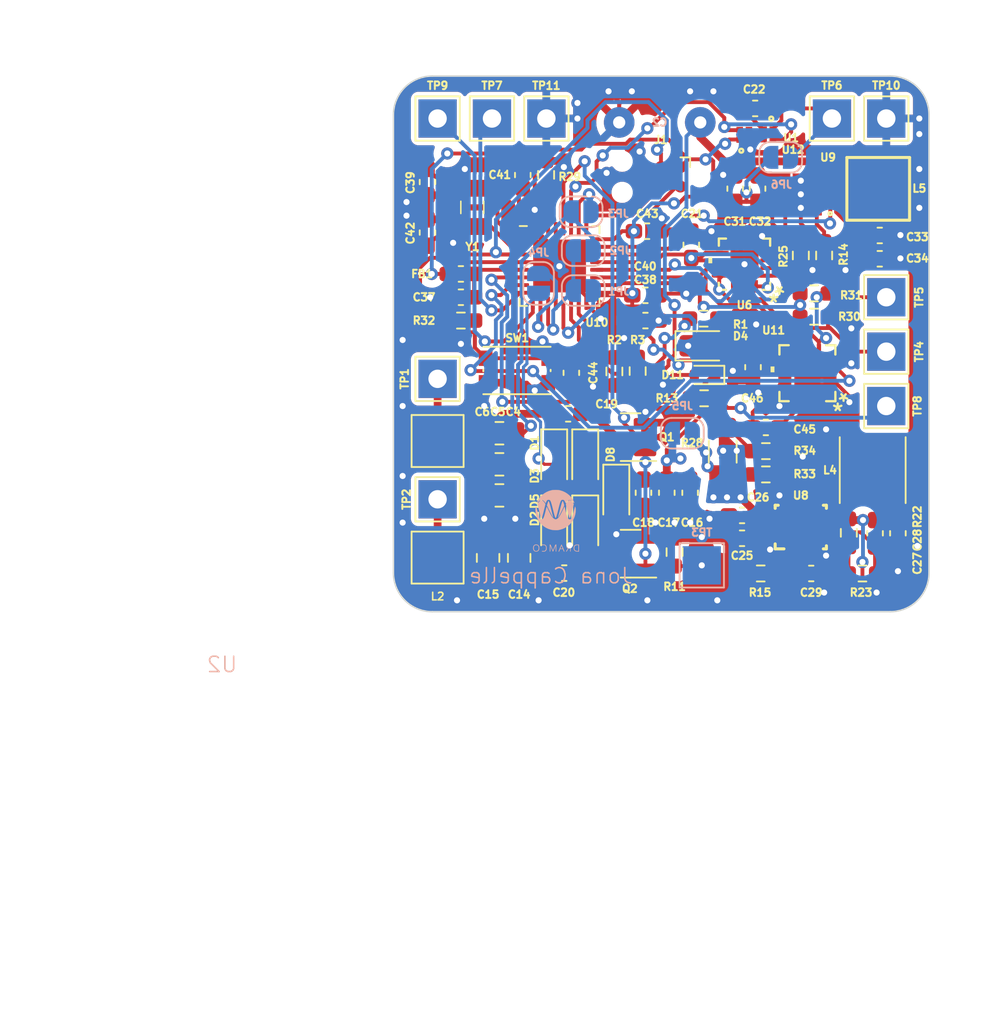
<source format=kicad_pcb>
(kicad_pcb (version 20221018) (generator pcbnew)
  (layers (0 "F.Cu" signal) (31 "B.Cu" signal) (34 "B.Paste" user) (35 "F.Paste" user) (36 "B.SilkS" user "B.Silkscreen") (37 "F.SilkS" user "F.Silkscreen") (38 "B.Mask" user) (39 "F.Mask" user) (44 "Edge.Cuts" user))
  (net 0 "")
  (net 1 "/mcu/3V3")
  (net 2 "Net-(C2-+)")
  (net 3 "/receiver/COIL+")
  (net 4 "/mcu/IN+")
  (net 5 "/receiver/COIL-")
  (net 6 "/receiver/VRECT")
  (net 7 "Net-(Q1-D)")
  (net 8 "Net-(Q2-D)")
  (net 9 "/mcu/3V3_POT")
  (net 10 "/power/VOUT")
  (net 11 "/power/VSENSE")
  (net 12 "/power/3V5")
  (net 13 "Net-(U8-VAUX)")
  (net 14 "Net-(U10-VDDA)")
  (net 15 "Net-(D4-A)")
  (net 16 "/mcu/OSC_IN")
  (net 17 "/mcu/OSC_OUT")
  (net 18 "/mcu/NRST")
  (net 19 "Net-(U11-BUS)")
  (net 20 "Net-(U11-IN+)")
  (net 21 "/mcu/WAKEUP")
  (net 22 "/mcu/SWDIO")
  (net 23 "/mcu/SWCLK")
  (net 25 "Net-(JP1-A)")
  (net 26 "Net-(JP1-B)")
  (net 27 "GND")
  (net 28 "Net-(JP3-A)")
  (net 29 "Net-(JP4-A)")
  (net 30 "/power/VRECT")
  (net 31 "Net-(U8-L1)")
  (net 32 "Net-(U8-L2)")
  (net 33 "Net-(U9-SW)")
  (net 34 "/mcu/MOD")
  (net 35 "/mcu/LED")
  (net 36 "/mcu/CAP_VOLTAGE")
  (net 37 "Net-(U9-OSEL)")
  (net 38 "Net-(U8-PG)")
  (net 39 "Net-(U8-FB)")
  (net 40 "Net-(U9-VCHG)")
  (net 41 "Net-(U10-BOOT0)")
  (net 42 "/mcu/SDA")
  (net 43 "/mcu/I2C_EN")
  (net 44 "/mcu/SCL")
  (net 45 "/mcu/SUBSYS_COMM_TX")
  (net 46 "/mcu/UART_RX")
  (net 47 "/mcu/SUBSYS_COMM_RX")
  (net 48 "Net-(U1-VIN)")
  (net 49 "/mcu/OUTPUT_EN")
  (net 50 "/power/ICHG")
  (net 51 "Net-(U6-A2)")
  (net 52 "/mcu/CHG_EN")
  (net 53 "/mcu/POWER_ALRT")
  (footprint "Capacitor_SMD:C_0603_1608Metric_Pad1.08x0.95mm_HandSolder" (layer "F.Cu") (at 141.478 130.6365 -90)
    (fp_text reference "C17")
    (fp_text value "10u")
  )
  (footprint "Coil:Wurth Coil Connector" (layer "F.Cu") (at 126.492 134.874 90)
    (fp_text reference "L2")
    (fp_text value "xu")
  )
  (footprint "Resistor_SMD:R_0603_1608Metric_Pad0.98x0.95mm_HandSolder" (layer "F.Cu") (at 147.6185 135.913001)
    (fp_text reference "R15")
    (fp_text value "100k")
  )
  (footprint "Capacitor_SMD:C_0603_1608Metric_Pad1.08x0.95mm_HandSolder" (layer "F.Cu") (at 145.9484 110.75687 90)
    (fp_text reference "C31")
    (fp_text value "100n")
  )
  (footprint "Capacitor_SMD:C_0603_1608Metric_Pad1.08x0.95mm_HandSolder" (layer "F.Cu") (at 143.0782 114.427 -90)
    (fp_text reference "C21")
    (fp_text value "100n")
  )
  (footprint "Capacitor_SMD:C_0603_1608Metric_Pad1.08x0.95mm_HandSolder" (layer "F.Cu") (at 140.081 117.729)
    (fp_text reference "C40")
    (fp_text value "100n")
  )
  (footprint "Capacitor_SMD:C_0603_1608Metric_Pad1.08x0.95mm_HandSolder" (layer "F.Cu") (at 140.081 119.38)
    (fp_text reference "C38")
    (fp_text value "1u")
  )
  (footprint "Package_TO_SOT_SMD:SOT-23" (layer "F.Cu") (at 139.1135 134.62 180)
    (fp_text reference "Q2")
    (fp_text value "NTR4503")
  )
  (footprint "TestPoint:TestPoint_THTPad_2.5x2.5mm_Drill1.2mm" (layer "F.Cu") (at 126.492 123.19)
    (fp_text reference "TP1")
    (fp_text value "Coil+")
  )
  (footprint "Capacitor_SMD:C_0603_1608Metric_Pad1.08x0.95mm_HandSolder" (layer "F.Cu") (at 128.016 117.856 180)
    (fp_text reference "C37")
    (fp_text value "100n")
  )
  (footprint "Capacitor_SMD:C_0603_1608Metric_Pad1.08x0.95mm_HandSolder" (layer "F.Cu") (at 147.955 126.365)
    (fp_text reference "C45")
    (fp_text value "100n")
  )
  (footprint "Resistor_SMD:R_0603_1608Metric_Pad0.98x0.95mm_HandSolder" (layer "F.Cu") (at 150.241 115.12487 -90)
    (fp_text reference "R25")
    (fp_text value "x")
  )
  (footprint "Resistor_SMD:R_0603_1608Metric_Pad0.98x0.95mm_HandSolder" (layer "F.Cu") (at 151.765 115.12487 -90)
    (fp_text reference "R14")
    (fp_text value "x")
  )
  (footprint "Diode_SMD:D_SOD-523" (layer "F.Cu") (at 143.9795 122.936 180)
    (fp_text reference "D11")
    (fp_text value "D_Zener")
  )
  (footprint "Capacitor_SMD:C_0603_1608Metric_Pad1.08x0.95mm_HandSolder" (layer "F.Cu") (at 155.4018 113.817486)
    (fp_text reference "C33")
    (fp_text value "10u")
  )
  (footprint "Resistor_SMD:R_1206_3216Metric_Pad1.30x1.75mm_HandSolder" (layer "F.Cu") (at 145.13425 127.9415 90)
    (fp_text reference "R28")
    (fp_text value "0.1")
  )
  (footprint "Resistor_SMD:R_0603_1608Metric_Pad0.98x0.95mm_HandSolder" (layer "F.Cu") (at 143.891 119.253)
    (fp_text reference "R1")
    (fp_text value "x")
  )
  (footprint "MIC94081:FTDFN085085-4LD-PL-1_MCH" (layer "F.Cu") (at 148.1081 107.2134 -90)
    (fp_text reference "U12")
    (fp_text value "MIC94081YFT-TR")
  )
  (footprint "TestPoint:TestPoint_THTPad_2.5x2.5mm_Drill1.2mm" (layer "F.Cu") (at 155.829 117.856 -90)
    (fp_text reference "TP5")
    (fp_text value "SCL")
  )
  (footprint "INA230:RGT16_1P7X1P7" (layer "F.Cu") (at 150.670999 122.820999 180)
    (fp_text reference "U11")
    (fp_text value "INA230AIRGTR")
  )
  (footprint "Capacitor_SMD:C_0603_1608Metric_Pad1.08x0.95mm_HandSolder" (layer "F.Cu") (at 135.237 122.7975 -90)
    (fp_text reference "C44")
    (fp_text value "100n")
  )
  (footprint "Resistor_SMD:R_0603_1608Metric_Pad0.98x0.95mm_HandSolder" (layer "F.Cu") (at 141.986 134.5165 90)
    (fp_text reference "R11")
    (fp_text value "10k")
  )
  (footprint "Package_DFN_QFN:QFN-32-1EP_5x5mm_P0.5mm_EP3.45x3.45mm" (layer "F.Cu") (at 134.4685 115.812)
    (fp_text reference "U10")
    (fp_text value "STM32L071KZUx")
  )
  (footprint "Capacitor_SMD:C_0603_1608Metric_Pad1.08x0.95mm_HandSolder" (layer "F.Cu") (at 147.255472 105.5116 180)
    (fp_text reference "C22")
    (fp_text value "100n")
  )
  (footprint "TestPoint:TestPoint_THTPad_2.5x2.5mm_Drill1.2mm" (layer "F.Cu") (at 155.829 121.412 -90)
    (fp_text reference "TP4")
    (fp_text value "SDA")
  )
  (footprint "74438356022:WE-MAPI_4020" (layer "F.Cu") (at 155.3013 110.769486 -90)
    (fp_text reference "L5")
    (fp_text value "2u2" hide)
  )
  (footprint "Capacitor_SMD:C_0603_1608Metric_Pad1.08x0.95mm_HandSolder" (layer "F.Cu") (at 156.588 133.2865 -90)
    (fp_text reference "C27")
    (fp_text value "100n")
  )
  (footprint "TestPoint:TestPoint_THTPad_2.5x2.5mm_Drill1.2mm" (layer "F.Cu") (at 155.829 106.172 90)
    (fp_text reference "TP10")
    (fp_text value "GND")
  )
  (footprint "Resistor_SMD:R_0603_1608Metric_Pad0.98x0.95mm_HandSolder" (layer "F.Cu") (at 151.1065 117.602 180)
    (fp_text reference "R31")
    (fp_text value "10k")
  )
  (footprint "Diode_SMD:D_SOD-323_HandSoldering" (layer "F.Cu") (at 134.112 128.504 -90)
    (fp_text reference "D1")
    (fp_text value "621-PD3S140-7")
  )
  (footprint "libraries:Jona Name" (layer "F.Cu") (at 112.141 143.891)
    (fp_text reference "U2")
    (fp_text value "~")
  )
  (footprint "Capacitor_SMD:C_0603_1608Metric_Pad1.08x0.95mm_HandSolder" (layer "F.Cu") (at 135.0275 125.476)
    (fp_text reference "C19")
    (fp_text value "x")
  )
  (footprint "Capacitor_SMD:C_0603_1608Metric_Pad1.08x0.95mm_HandSolder" (layer "F.Cu") (at 128.016 116.332)
    (fp_text reference "FB1")
    (fp_text value "120R")
  )
  (footprint "Connector:Tag-Connect_TC2030-IDC-NL_2x03_P1.27mm_Vertical" (layer "F.Cu") (at 141.097 109.982 180)
    (fp_text reference "J1")
    (fp_text value "TC2030_SWD-MCP-NL")
  )
  (footprint "TPS63070:RNM0015A" (layer "F.Cu") (at 150.238 132.879 90)
    (fp_text reference "U8" hide)
    (fp_text value "TPS630701RNMR")
  )
  (footprint "Package_TO_SOT_SMD:SOT-23" (layer "F.Cu") (at 139.1135 127 180)
    (fp_text reference "Q1")
    (fp_text value "NTR4503")
  )
  (footprint "Capacitor_SMD:C_0603_1608Metric_Pad1.08x0.95mm_HandSolder" (layer "F.Cu") (at 146.3985 132.118001 180)
    (fp_text reference "C26")
    (fp_text value "100n")
  )
  (footprint "Capacitor_SMD:C_0603_1608Metric_Pad1.08x0.95mm_HandSolder" (layer "F.Cu") (at 125.8325 113.6265 90)
    (fp_text reference "C42")
    (fp_text value "x")
  )
  (footprint "Capacitor_SMD:C_0603_1608Metric_Pad1.08x0.95mm_HandSolder" (layer "F.Cu") (at 155.4018 115.341486)
    (fp_text reference "C34")
    (fp_text value "100n")
  )
  (footprint "Capacitor_SMD:C_0603_1608Metric_Pad1.08x0.95mm_HandSolder" (layer "F.Cu") (at 140.1905 113.538)
    (fp_text reference "C43")
    (fp_text value "100n")
  )
  (footprint "Resistor_SMD:R_0603_1608Metric_Pad0.98x0.95mm_HandSolder" (layer "F.Cu") (at 154.2695 135.913001)
    (fp_text reference "R23")
    (fp_text value "150k")
  )
  (footprint "LED_SMD:LED_0805_2012Metric_Pad1.15x1.40mm_HandSolder" (layer "F.Cu") (at 143.9055 121.031)
    (fp_text reference "D4")
    (fp_text value "LED")
  )
  (footprint "Capacitor_SMD:C_0603_1608Metric_Pad1.08x0.95mm_HandSolder" (layer "F.Cu") (at 132.0625 109.8665 90)
    (fp_text reference "C41")
    (fp_text value "100n")
  )
  (footprint "TestPoint:TestPoint_THTPad_2.5x2.5mm_Drill1.2mm" (layer "F.Cu") (at 133.604 106.172)
    (fp_text reference "TP11")
    (fp_text value "GND")
  )
  (footprint "TPS61094:WSON_94DSSR_TEX" (layer "F.Cu") (at 150.2537 111.136811 180)
    (fp_text reference "U9")
    (fp_text value "TPS61094DSSR")
  )
  (footprint "Inductor_SMD:L_Coilcraft_XxL4020" (layer "F.Cu") (at 154.94 129.159 -90)
    (fp_text reference "L4")
    (fp_text value "1u5")
  )
  (footprint "Diode_SMD:D_SOD-323_HandSoldering" (layer "F.Cu") (at 136.144 128.504 -90)
    (fp_text reference "D3")
    (fp_text value "621-PD3S140-7")
  )
  (footprint "Capacitor_SMD:C_0603_1608Metric_Pad1.08x0.95mm_HandSolder" (layer "F.Cu") (at 139.954 130.6365 -90)
    (fp_text reference "C18")
    (fp_text value "10u")
  )
  (footprint "Resistor_SMD:R_0603_1608Metric_Pad0.98x0.95mm_HandSolder" (layer "F.Cu") (at 147.955 129.4395)
    (fp_text reference "R33")
    (fp_text value "10")
  )
  (footprint "Diode_SMD:D_SOD-323_HandSoldering" (layer "F.Cu") (at 138.176 130.81 -90)
    (fp_text reference "D8")
    (fp_text value "x")
  )
  (footprint "TestPoint:TestPoint_THTPad_2.5x2.5mm_Drill1.2mm" (layer "F.Cu") (at 152.273 106.172 -90)
    (fp_text reference "TP6")
    (fp_text value "VOUT")
  )
  (footprint "Capacitor_SMD:C_0805_2012Metric_Pad1.18x1.45mm_HandSolder" (layer "F.Cu") (at 130.5345 126.746)
    (fp_text reference "C4")
    (fp_text value "x")
  )
  (footprint "Capacitor_SMD:C_0603_1608Metric_Pad1.08x0.95mm_HandSolder" (layer "F.Cu") (at 147.114999 122.428 -90)
    (fp_text reference "C46")
    (fp_text value "100n")
  )
  (footprint "Capacitor_SMD:C_0805_2012Metric_Pad1.18x1.45mm_HandSolder" (layer "F.Cu") (at 129.794 134.8955 -90)
    (fp_text reference "C15")
    (fp_text value "x")
  )
  (footprint "TestPoint:TestPoint_THTPad_2.5x2.5mm_Drill1.2mm" (layer "F.Cu") (at 155.829 124.968)
    (fp_text reference "TP8")
    (fp_text value "VRECT")
  )
  (footprint "Resistor_SMD:R_0603_1608Metric_Pad0.98x0.95mm_HandSolder" (layer "F.Cu") (at 143.9175 124.46)
    (fp_text reference "R13")
    (fp_text value "10k")
  )
  (footprint "Capacitor_SMD:C_0603_1608Metric_Pad1.08x0.95mm_HandSolder" (layer "F.Cu") (at 125.8325 110.3245 -90)
    (fp_text reference "C39")
    (fp_text value "x")
  )
  (footprint "TestPoint:TestPoint_THTPad_2.5x2.5mm_Drill1.2mm" (layer "F.Cu") (at 126.492 131.064)
    (fp_text reference "TP2")
    (fp_text value "Coil-")
  )
  (footprint "Capacitor_SMD:C_0603_1608Metric_Pad1.08x0.95mm_HandSolder" (layer "F.Cu") (at 134.7735 135.89)
    (fp_text reference "C20")
    (fp_text value "x")
  )
  (footprint "TestPoint:TestPoint_THTPad_2.5x2.5mm_Drill1.2mm" (layer "F.Cu") (at 130.048 106.172)
    (fp_text reference "TP7")
    (fp_text value "SUBSYS_COMM_TX")
  )
  (footprint "MIC94081:FTDFN085085-4LD-PL-1_MCH" (layer "F.Cu") (at 146.547472 107.2388 90)
    (fp_text reference "U1")
    (fp_text value "MIC94081YFT-TR")
  )
  (footprint "Diode_SMD:D_SOD-323_HandSoldering" (layer "F.Cu") (at 136.144 132.822 -90)
    (fp_text reference "D5")
    (fp_text value "621-PD3S140-7")
  )
  (footprint "Capacitor_SMD:C_0603_1608Metric_Pad1.08x0.95mm_HandSolder" (layer "F.Cu") (at 147.4124 110.75687 90)
    (fp_text reference "C32")
    (fp_text value "10u")
  )
  (footprint "Resistor_SMD:R_0603_1608Metric_Pad0.98x0.95mm_HandSolder" (layer "F.Cu") (at 151.1065 119.126 180)
    (fp_text reference "R30")
    (fp_text value "10k")
  )
  (footprint "ABS07:ABS07" (layer "F.Cu") (at 128.7605 111.982 -90)
    (fp_text reference "Y1")
    (fp_text value "ABS07-32.768KHZ-7-T" hide)
  )
  (footprint "Resistor_SMD:R_0603_1608Metric_Pad0.98x0.95mm_HandSolder" (layer "F.Cu") (at 147.955 127.9155 180)
    (fp_text reference "R34")
    (fp_text value "10")
  )
  (footprint "Capacitor_SMD:C_0805_2012Metric_Pad1.18x1.45mm_HandSolder" (layer "F.Cu") (at 130.5345 130.81)
    (fp_text reference "C6")
    (fp_text value "x")
  )
  (footprint "Capacitor_SMD:C_0805_2012Metric_Pad1.18x1.45mm_HandSolder" (layer "F.Cu") (at 130.5345 128.778)
    (fp_text reference "C5")
    (fp_text value "x")
  )
  (footprint "Resistor_SMD:R_0603_1608Metric_Pad0.98x0.95mm_HandSolder" (layer "F.Cu") (at 139.573 122.682 90)
    (fp_text reference "R2")
    (fp_text value "100k")
  )
  (footprint "AD5142A:CP_16_22_ADI" (layer "F.Cu") (at 146.558 115.697 180)
    (fp_text reference "U6")
    (fp_text value "AD5142ABCPZ100-RL7")
  )
  (footprint "Capacitor_SMD:C_0805_2012Metric_Pad1.18x1.45mm_HandSolder" (layer "F.Cu") (at 131.826 134.8955 -90)
    (fp_text reference "C14")
    (fp_text value "x")
  )
  (footprint "Resistor_SMD:R_0603_1608Metric_Pad0.98x0.95mm_HandSolder" (layer "F.Cu") (at 128.016 119.38)
    (fp_text reference "R32")
    (fp_text value "10k")
  )
  (footprint "Button_Switch_SMD:SW_Push_1P1T_NO_CK_KMR2" (layer "F.Cu") (at 131.681 122.644)
    (fp_text reference "SW1")
    (fp_text value "SW_Push")
  )
  (footprint "Diode_SMD:D_SOD-323_HandSoldering" (layer "F.Cu") (at 134.112 132.822 -90)
    (fp_text reference "D2")
    (fp_text value "621-PD3S140-7")
  )
  (footprint "Capacitor_SMD:C_0603_1608Metric_Pad1.08x0.95mm_HandSolder" (layer "F.Cu") (at 143.002 130.6365 -90)
    (fp_text reference "C16")
    (fp_text value "10u")
  )
  (footprint "Capacitor_SMD:C_0603_1608Metric_Pad1.08x0.95mm_HandSolder" (layer "F.Cu") (at 155.094 133.2865 -90)
    (fp_text reference "C28")
    (fp_text value "10u")
  )
  (footprint "Capacitor_SMD:C_0603_1608Metric_Pad1.08x0.95mm_HandSolder" (layer "F.Cu") (at 150.9205 135.913001)
    (fp_text reference "C29")
    (fp_text value "100n")
  )
  (footprint "Resistor_SMD:R_0603_1608Metric_Pad0.98x0.95mm_HandSolder" (layer "F.Cu") (at 133.5865 109.855 -90)
    (fp_text reference "R29")
    (fp_text value "10k")
  )
  (footprint "Resistor_SMD:R_0603_1608Metric_Pad0.98x0.95mm_HandSolder" (layer "F.Cu") (at 138.049 122.7055 -90)
    (fp_text reference "R3")
    (fp_text value "100k")
  )
  (footprint "Resistor_SMD:R_0603_1608Metric_Pad0.98x0.95mm_HandSolder" (layer "F.Cu") (at 153.38 133.254501 -90)
    (fp_text reference "R22")
    (fp_text value "470k")
  )
  (footprint "Capacitor_SMD:C_0603_1608Metric_Pad1.08x0.95mm_HandSolder" (layer "F.Cu") (at 146.3985 133.612001 180)
    (fp_text reference "C25")
    (fp_text value "10u")
  )
  (footprint "TestPoint:TestPoint_THTPad_2.5x2.5mm_Drill1.2mm" (layer "F.Cu") (at 126.492 106.172)
    (fp_text reference "TP9")
    (fp_text value "SUBSYS_COMM_RX")
  )
  (footprint "Jumper:SolderJumper-2_P1.3mm_Open_RoundedPad1.0x1.5mm" (layer "B.Cu") (at 142.494 126.746)
    (fp_text reference "JP5")
    (fp_text value "SolderJumper_2_Open")
  )
  (footprint "Jumper:SolderJumper-2_P1.3mm_Open_RoundedPad1.0x1.5mm" (layer "B.Cu") (at 136.017 114.808)
    (fp_text reference "JP2")
    (fp_text value "SolderJumper_2_Open")
  )
  (footprint "Jumper:SolderJumper-2_P1.3mm_Open_RoundedPad1.0x1.5mm" (layer "B.Cu") (at 148.921472 108.712)
    (fp_text reference "JP6")
    (fp_text value "SolderJumper_2_Open")
  )
  (footprint "Jumper:SolderJumper-2_P1.3mm_Open_RoundedPad1.0x1.5mm" (layer "B.Cu") (at 133.096 116.952 -90)
    (fp_text reference "JP4")
    (fp_text value "SolderJumper_2_Open")
  )
  (footprint "libraries:dramco_logo_small" (layer "B.Cu") (at 134.239 132.461 180)
    (fp_text reference "U4" hide)
    (fp_text value "~" hide)
  )
  (footprint "Supercap:PHVL3R9V505R" (layer "B.Cu") (at 138.366 106.426)
    (fp_text reference "C2")
    (fp_text value "PHVL-3R9V505-R" hide)
  )
  (footprint "TestPoint:TestPoint_Pad_2.5x2.5mm" (layer "B.Cu") (at 143.764 135.382 180)
    (fp_text reference "TP3")
    (fp_text value "TestPoint")
  )
  (footprint "Jumper:SolderJumper-2_P1.3mm_Open_RoundedPad1.0x1.5mm" (layer "B.Cu") (at 136.017 117.419)
    (fp_text reference "JP1")
    (fp_text value "SolderJumper_2_Open")
  )
  (footprint "Jumper:SolderJumper-2_P1.3mm_Open_RoundedPad1.0x1.5mm" (layer "B.Cu") (at 135.875 112.268 180)
    (fp_text reference "JP3")
    (fp_text value "SolderJumper_2_Open")
  )
  (gr_line (start 153.162 106.807) (end 153.035 105.918) (stroke (width 0.2)) (layer "F.Cu"))
  (gr_arc locked (start 156.083 103.396051) (mid 157.879037 104.140014) (end 158.623 105.936051) (stroke (width 0.1)) (layer "Edge.Cuts"))
  (gr_arc locked (start 158.623014 135.871963) (mid 157.879051 137.668) (end 156.083014 138.411963) (stroke (width 0.1)) (layer "Edge.Cuts"))
  (gr_arc locked (start 123.607102 105.936051) (mid 124.351065 104.140014) (end 126.147102 103.396051) (stroke (width 0.1)) (layer "Edge.Cuts"))
  (gr_arc locked (start 126.147102 138.411949) (mid 124.351065 137.667986) (end 123.607102 135.871949) (stroke (width 0.1)) (layer "Edge.Cuts"))
  (gr_line locked (start 123.607102 135.871949) (end 123.607102 105.936051) (stroke (width 0.1)) (layer "Edge.Cuts"))
  (gr_line locked (start 156.083 138.411949) (end 126.147102 138.411949) (stroke (width 0.1)) (layer "Edge.Cuts"))
  (gr_line locked (start 158.623 105.936051) (end 158.623 135.871949) (stroke (width 0.1)) (layer "Edge.Cuts"))
  (gr_line locked (start 126.147102 103.396051) (end 156.083 103.396051) (stroke (width 0.1)) (layer "Edge.Cuts"))
  (segment (start 139.1995 117.562) (end 139.2275 117.59) (width 0.25) (layer "F.Cu") (net 1))
  (segment (start 146.685 111.61937) (end 147.4124 111.61937) (width 0.254) (layer "F.Cu") (net 1))
  (segment (start 142.24 122.090566) (end 142.347566 121.983) (width 0.25) (layer "F.Cu") (net 1))
  (segment (start 129.7915 108.458) (end 130.0465 108.203) (width 0.25) (layer "F.Cu") (net 1))
  (segment (start 148.892999 122.070998) (end 148.816497 122.1475) (width 0.254) (layer "F.Cu") (net 1))
  (segment (start 149.119496 122.1475) (end 147.723499 122.1475) (width 0.254) (layer "F.Cu") (net 1))
  (segment (start 129.7915 108.458) (end 127.127 108.458) (width 0.25) (layer "F.Cu") (net 1))
  (segment (start 131.8085 110.983) (end 132.0625 110.729) (width 0.254) (layer "F.Cu") (net 1))
  (segment (start 147.088499 121.539) (end 147.114999 121.5655) (width 0.25) (layer "F.Cu") (net 1))
  (segment (start 148.145022 110.886748) (end 147.4124 111.61937) (width 0.254) (layer "F.Cu") (net 1))
  (segment (start 139.2185 117.729) (end 139.2185 119.38) (width 0.254) (layer "F.Cu") (net 1))
  (segment (start 145.9484 111.61937) (end 146.685 111.61937) (width 0.254) (layer "F.Cu") (net 1))
  (segment (start 149.225 110.886748) (end 148.145022 110.886748) (width 0.254) (layer "F.Cu") (net 1))
  (segment (start 131.8085 112.4645) (end 131.8085 110.983) (width 0.254) (layer "F.Cu") (net 1))
  (segment (start 136.677158 117.729) (end 137.404158 118.456) (width 0.25) (layer "F.Cu") (net 1))
  (segment (start 125.73 119.38) (end 127.1035 119.38) (width 0.25) (layer "F.Cu") (net 1))
  (segment (start 138.811 107.823) (end 139.082 107.552) (width 0.25) (layer "F.Cu") (net 1))
  (segment (start 139.082 107.552) (end 141.588 107.552) (width 0.25) (layer "F.Cu") (net 1))
  (segment (start 147.723499 122.1475) (end 147.114999 121.539) (width 0.254) (layer "F.Cu") (net 1))
  (segment (start 144.399 108.839) (end 142.875 108.839) (width 0.25) (layer "F.Cu") (net 1))
  (segment (start 135.891 108.203) (end 136.271 107.823) (width 0.25) (layer "F.Cu") (net 1))
  (segment (start 132.0625 110.729) (end 129.7915 108.458) (width 0.25) (layer "F.Cu") (net 1))
  (segment (start 147.644896 111.386874) (end 149.225 111.386874) (width 0.254) (layer "F.Cu") (net 1))
  (segment (start 145.9484 111.61937) (end 145.61123 111.2822) (width 0.25) (layer "F.Cu") (net 1))
  (segment (start 145.61123 111.2822) (end 143.6672 111.2822) (width 0.25) (layer "F.Cu") (net 1))
  (segment (start 138.033 114.062) (end 136.906 114.062) (width 0.25) (layer "F.Cu") (net 1))
  (segment (start 125.476 116.332) (end 125.349 116.459) (width 0.25) (layer "F.Cu") (net 1))
  (segment (start 142.347566 121.983) (end 145.463435 121.983) (width 0.25) (layer "F.Cu") (net 1))
  (segment (start 125.349 116.459) (end 125.349 118.999) (width 0.25) (layer "F.Cu") (net 1))
  (segment (start 138.557 113.538) (end 138.033 114.062) (width 0.25) (layer "F.Cu") (net 1))
  (segment (start 126.111 116.332) (end 125.476 116.332) (width 0.25) (layer "F.Cu") (net 1))
  (segment (start 140.611932 120.672932) (end 140.611932 121.278092) (width 0.25) (layer "F.Cu") (net 1))
  (segment (start 137.404158 118.456) (end 140.5665 118.456) (width 0.25) (layer "F.Cu") (net 1))
  (segment (start 145.463435 121.983) (end 145.907435 121.539) (width 0.25) (layer "F.Cu") (net 1))
  (segment (start 130.0465 108.203) (end 135.891 108.203) (width 0.25) (layer "F.Cu") (net 1))
  (segment (start 142.875 108.839) (end 142.367 109.347) (width 0.25) (layer "F.Cu") (net 1))
  (segment (start 142.699231 111.2822) (end 143.6672 111.2822) (width 0.25) (layer "F.Cu") (net 1))
  (segment (start 142.24 122.2825) (end 142.24 122.090566) (width 0.25) (layer "F.Cu") (net 1))
  (segment (start 141.588 107.552) (end 142.875 108.839) (width 0.25) (layer "F.Cu") (net 1))
  (segment (start 144.5113 108.9513) (end 144.399 108.839) (width 0.25) (layer "F.Cu") (net 1))
  (segment (start 142.261379 111.720052) (end 142.699231 111.2822) (width 0.25) (layer "F.Cu") (net 1))
  (segment (start 143.6672 111.2822) (end 144.5113 110.4381) (width 0.25) (layer "F.Cu") (net 1))
  (segment (start 145.5674 107.5436) (end 145.288 107.823) (width 0.254) (layer "F.Cu") (net 1))
  (segment (start 139.328 113.538) (end 138.557 113.538) (width 0.25) (layer "F.Cu") (net 1))
  (segment (start 145.907435 121.539) (end 147.088499 121.539) (width 0.25) (layer "F.Cu") (net 1))
  (segment (start 125.349 118.999) (end 125.73 119.38) (width 0.25) (layer "F.Cu") (net 1))
  (segment (start 139.2185 119.38) (end 139.319 119.38) (width 0.25) (layer "F.Cu") (net 1))
  (segment (start 141.946052 111.720052) (end 142.261379 111.720052) (width 0.25) (layer "F.Cu") (net 1))
  (segment (start 139.319 119.38) (end 140.611932 120.672932) (width 0.25) (layer "F.Cu") (net 1))
  (segment (start 147.4124 111.61937) (end 147.644896 111.386874) (width 0.254) (layer "F.Cu") (net 1))
  (segment (start 139.2275 117.72) (end 139.2185 117.729) (width 0.25) (layer "F.Cu") (net 1))
  (segment (start 136.271 107.823) (end 138.811 107.823) (width 0.25) (layer "F.Cu") (net 1))
  (segment (start 139.2275 117.59) (end 139.2275 117.72) (width 0.25) (layer "F.Cu") (net 1))
  (segment (start 144.5113 110.4381) (end 144.5113 108.9513) (width 0.25) (layer "F.Cu") (net 1))
  (segment (start 146.685 111.61937) (end 146.685 110.998) (width 0.254) (layer "F.Cu") (net 1))
  (segment (start 146.245872 107.5436) (end 145.5674 107.5436) (width 0.254) (layer "F.Cu") (net 1))
  (segment (start 139.2185 117.729) (end 136.677158 117.729) (width 0.25) (layer "F.Cu") (net 1))
  (segment (start 127.1535 116.332) (end 126.111 116.332) (width 0.25) (layer "F.Cu") (net 1))
  (segment (start 132.7185 113.3745) (end 131.8085 112.4645) (width 0.254) (layer "F.Cu") (net 1))
  (segment (start 136.906 117.562) (end 139.1995 117.562) (width 0.25) (layer "F.Cu") (net 1))
  (via (at 126.111 116.332) (size 0.8) (drill 0.4) (layers "F.Cu" "B.Cu") (net 1))
  (via (at 145.288 107.823) (size 0.8) (drill 0.4) (layers "F.Cu" "B.Cu") (net 1))
  (via (at 141.946052 111.720052) (size 0.8) (drill 0.4) (layers "F.Cu" "B.Cu") (net 1))
  (via (at 146.685 110.998) (size 0.8) (drill 0.4) (layers "F.Cu" "B.Cu") (net 1))
  (via (at 127.127 108.458) (size 0.8) (drill 0.4) (layers "F.Cu" "B.Cu") (net 1))
  (via (at 139.328 113.538) (size 0.8) (drill 0.4) (layers "F.Cu" "B.Cu") (net 1))
  (via (at 139.2275 117.59) (size 0.8) (drill 0.4) (layers "F.Cu" "B.Cu") (net 1))
  (via (at 140.611932 121.278092) (size 0.8) (drill 0.4) (layers "F.Cu" "B.Cu") (net 1))
  (via (at 142.24 122.2825) (size 0.8) (drill 0.4) (layers "F.Cu" "B.Cu") (net 1))
  (via (at 144.012851 108.843646) (size 0.8) (drill 0.4) (layers "F.Cu" "B.Cu") (net 1))
  (segment (start 141.235592 121.278092) (end 140.611932 121.278092) (width 0.25) (layer "B.Cu") (net 1))
  (segment (start 145.288 107.823) (end 145.033497 107.823) (width 0.254) (layer "B.Cu") (net 1))
  (segment (start 126.111 109.474) (end 126.111 116.332) (width 0.25) (layer "B.Cu") (net 1))
  (segment (start 140.501948 111.720052) (end 141.946052 111.720052) (width 0.25) (layer "B.Cu") (net 1))
  (segment (start 139.328 113.538) (end 139.328 112.894) (width 0.25) (layer "B.Cu") (net 1))
  (segment (start 127.127 108.458) (end 126.111 109.474) (width 0.25) (layer "B.Cu") (net 1))
  (segment (start 139.2275 117.72) (end 139.2275 113.6385) (width 0.25) (layer "B.Cu") (net 1))
  (segment (start 139.2275 113.6385) (end 139.328 113.538) (width 0.25) (layer "B.Cu") (net 1))
  (segment (start 145.033497 107.823) (end 144.012851 108.843646) (width 0.254) (layer "B.Cu") (net 1))
  (segment (start 146.685 110.998) (end 146.685 110.298472) (width 0.254) (layer "B.Cu") (net 1))
  (segment (start 139.328 112.894) (end 140.501948 111.720052) (width 0.25) (layer "B.Cu") (net 1))
  (segment (start 139.2185 117.729) (end 139.2275 117.72) (width 0.25) (layer "B.Cu") (net 1))
  (segment (start 142.24 122.2825) (end 141.235592 121.278092) (width 0.25) (layer "B.Cu") (net 1))
  (segment (start 146.685 110.298472) (end 148.271472 108.712) (width 0.254) (layer "B.Cu") (net 1))
  (segment (start 155.3013 109.584486) (end 152.705312 109.584486) (width 0.508) (layer "F.Cu") (net 2))
  (segment (start 141.969932 121.6305) (end 141.986 121.6305) (width 0.25) (layer "F.Cu") (net 2))
  (segment (start 141.588 122.012432) (end 141.969932 121.6305) (width 0.25) (layer "F.Cu") (net 2))
  (segment (start 152.096696 108.97587) (end 152.705312 109.584486) (width 0.508) (layer "F.Cu") (net 2))
  (segment (start 152.289514 109.584486) (end 152.705312 109.584486) (width 0.25) (layer "F.Cu") (net 2))
  (segment (start 143.666 107.393) (end 144.606 108.333) (width 0.508) (layer "F.Cu") (net 2))
  (segment (start 139.573 123.5945) (end 140.3115 123.5945) (width 0.25) (layer "F.Cu") (net 2))
  (segment (start 140.572 123.334) (end 140.572 123.300932) (width 0.25) (layer "F.Cu") (net 2))
  (segment (start 143.666 106.426) (end 143.666 107.393) (width 0.508) (layer "F.Cu") (net 2))
  (segment (start 140.3115 123.5945) (end 140.572 123.334) (width 0.25) (layer "F.Cu") (net 2))
  (segment (start 140.987 122.919) (end 141.588 122.318) (width 0.25) (layer "F.Cu") (net 2))
  (segment (start 151.2824 109.886496) (end 151.987504 109.886496) (width 0.25) (layer "F.Cu") (net 2))
  (segment (start 141.986 121.6305) (end 141.986 118.364) (width 0.25) (layer "F.Cu") (net 2))
  (segment (start 140.953932 122.919) (end 140.987 122.919) (width 0.25) (layer "F.Cu") (net 2))
  (segment (start 151.987504 109.886496) (end 152.289514 109.584486) (width 0.25) (layer "F.Cu") (net 2))
  (segment (start 144.608592 108.333) (end 145.251462 108.97587) (width 0.508) (layer "F.Cu") (net 2))
  (segment (start 140.572 123.300932) (end 140.953932 122.919) (width 0.25) (layer "F.Cu") (net 2))
  (segment (start 141.588 122.318) (end 141.588 122.012432) (width 0.25) (layer "F.Cu") (net 2))
  (segment (start 144.606 108.333) (end 144.608592 108.333) (width 0.508) (layer "F.Cu") (net 2))
  (segment (start 145.251462 108.97587) (end 152.096696 108.97587) (width 0.508) (layer "F.Cu") (net 2))
  (via (at 141.986 118.364) (size 0.8) (drill 0.4) (layers "F.Cu" "B.Cu") (net 2))
  (segment (start 141.986 118.364) (end 141.351 117.729) (width 0.25) (layer "B.Cu") (net 2))
  (segment (start 141.351 117.729) (end 141.351 113.411) (width 0.25) (layer "B.Cu") (net 2))
  (segment (start 141.351 113.411) (end 142.7627 111.9993) (width 0.25) (layer "B.Cu") (net 2))
  (segment (start 142.7627 111.9993) (end 142.7627 107.3293) (width 0.25) (layer "B.Cu") (net 2))
  (segment (start 142.7627 107.3293) (end 143.666 106.426) (width 0.25) (layer "B.Cu") (net 2))
  (segment (start 130.767 125.476) (end 134.165 125.476) (width 0.508) (layer "F.Cu") (net 3))
  (segment (start 129.497 126.746) (end 127 126.746) (width 0.508) (layer "F.Cu") (net 3))
  (segment (start 126.492 123.19) (end 126.492 127.254) (width 0.508) (layer "F.Cu") (net 3))
  (segment (start 129.497 128.778) (end 129.497 130.81) (width 0.508) (layer "F.Cu") (net 3))
  (segment (start 127 126.746) (end 126.492 127.254) (width 0.508) (layer "F.Cu") (net 3))
  (segment (start 129.497 126.746) (end 129.497 128.778) (width 0.508) (layer "F.Cu") (net 3))
  (segment (start 129.497 126.746) (end 130.767 125.476) (width 0.508) (layer "F.Cu") (net 3))
  (segment (start 134.112 131.572) (end 131.826 133.858) (width 0.508) (layer "F.Cu") (net 4))
  (segment (start 131.572 128.778) (end 131.572 130.81) (width 0.508) (layer "F.Cu") (net 4))
  (segment (start 131.572 126.746) (end 132.0985 126.746) (width 0.25) (layer "F.Cu") (net 4))
  (segment (start 134.112 130.81) (end 131.572 130.81) (width 0.508) (layer "F.Cu") (net 4))
  (segment (start 131.572 126.746) (end 131.572 128.778) (width 0.508) (layer "F.Cu") (net 4))
  (segment (start 134.112 129.754) (end 134.112 130.81) (width 0.508) (layer "F.Cu") (net 4))
  (segment (start 131.826 133.858) (end 129.794 133.858) (width 0.508) (layer "F.Cu") (net 4))
  (segment (start 132.0985 126.746) (end 132.588 126.2565) (width 0.25) (layer "F.Cu") (net 4))
  (segment (start 134.112 129.754) (end 134.112 131.572) (width 0.508) (layer "F.Cu") (net 4))
  (via (at 132.588 126.2565) (size 0.8) (drill 0.4) (layers "F.Cu" "B.Cu") (net 4))
  (segment (start 132.588 126.2565) (end 131.752 125.4205) (width 0.25) (layer "B.Cu") (net 4))
  (segment (start 131.982 115.511) (end 135.225 112.268) (width 0.25) (layer "B.Cu") (net 4))
  (segment (start 135.225 112.574382) (end 135.225 112.268) (width 0.25) (layer "B.Cu") (net 4))
  (segment (start 131.982 122.046484) (end 131.982 115.511) (width 0.25) (layer "B.Cu") (net 4))
  (segment (start 131.752 122.276484) (end 131.982 122.046484) (width 0.25) (layer "B.Cu") (net 4))
  (segment (start 131.752 125.4205) (end 131.752 122.276484) (width 0.25) (layer "B.Cu") (net 4))
  (segment (start 136.667 114.016382) (end 135.225 112.574382) (width 0.25) (layer "B.Cu") (net 4))
  (segment (start 136.667 114.808) (end 136.667 114.016382) (width 0.25) (layer "B.Cu") (net 4))
  (segment (start 131.826 135.933) (end 129.794 135.933) (width 0.508) (layer "F.Cu") (net 5))
  (segment (start 134.598 133.118) (end 133.567264 133.118) (width 0.508) (layer "F.Cu") (net 5))
  (segment (start 133.096 128.397) (end 133.477 128.778) (width 0.2) (layer "F.Cu") (net 5))
  (segment (start 133.477 128.778) (end 135.509 128.778) (width 0.2) (layer "F.Cu") (net 5))
  (segment (start 136.144 129.754) (end 136.144 131.572) (width 0.508) (layer "F.Cu") (net 5))
  (segment (start 126.492 131.064) (end 126.492 134.874) (width 0.508) (layer "F.Cu") (net 5))
  (segment (start 129.794 135.933) (end 127.551 135.933) (width 0.508) (layer "F.Cu") (net 5))
  (segment (start 127.551 135.933) (end 126.492 134.874) (width 0.508) (layer "F.Cu") (net 5))
  (segment (start 133.567264 133.118) (end 133.096 133.589264) (width 0.508) (layer "F.Cu") (net 5))
  (segment (start 131.869 135.89) (end 131.826 135.933) (width 0.508) (layer "F.Cu") (net 5))
  (segment (start 133.911 135.89) (end 133.911 135.514) (width 0.254) (layer "F.Cu") (net 5))
  (segment (start 136.144 129.413) (end 136.144 129.754) (width 0.2) (layer "F.Cu") (net 5))
  (segment (start 133.096 135.89) (end 131.869 135.89) (width 0.508) (layer "F.Cu") (net 5))
  (segment (start 135.509 128.778) (end 136.144 129.413) (width 0.2) (layer "F.Cu") (net 5))
  (segment (start 133.911 135.89) (end 133.096 135.89) (width 0.508) (layer "F.Cu") (net 5))
  (segment (start 133.096 133.589264) (end 133.096 135.89) (width 0.508) (layer "F.Cu") (net 5))
  (segment (start 136.144 131.572) (end 134.598 133.118) (width 0.508) (layer "F.Cu") (net 5))
  (via (at 133.096 128.397) (size 0.8) (drill 0.4) (layers "F.Cu" "B.Cu") (net 5))
  (segment (start 133.096 128.397) (end 133.223 128.27) (width 0.2) (layer "B.Cu") (net 5))
  (segment (start 132.104 122.422288) (end 132.334 122.192288) (width 0.2) (layer "B.Cu") (net 5))
  (segment (start 133.223 128.27) (end 133.223 126.004788) (width 0.2) (layer "B.Cu") (net 5))
  (segment (start 132.104 124.885788) (end 132.104 122.422288) (width 0.2) (layer "B.Cu") (net 5))
  (segment (start 132.334 118.364) (end 133.096 117.602) (width 0.2) (layer "B.Cu") (net 5))
  (segment (start 132.334 122.192288) (end 132.334 118.364) (width 0.2) (layer "B.Cu") (net 5))
  (segment (start 133.223 126.004788) (end 132.104 124.885788) (width 0.2) (layer "B.Cu") (net 5))
  (segment (start 141.478 127.812) (end 144.83 124.46) (width 0.25) (layer "F.Cu") (net 6))
  (segment (start 141.605 128.397) (end 142.367 128.397) (width 0.508) (layer "F.Cu") (net 6))
  (segment (start 141.478 128.524) (end 141.478 129.774) (width 0.508) (layer "F.Cu") (net 6))
  (segment (start 136.144 127.254) (end 134.112 127.254) (width 0.508) (layer "F.Cu") (net 6))
  (segment (start 141.986 129.774) (end 141.478 129.774) (width 0.508) (layer "F.Cu") (net 6))
  (segment (start 145.465 125.095) (end 144.83 124.46) (width 0.25) (layer "F.Cu") (net 6))
  (segment (start 136.144 127.528) (end 138.176 129.56) (width 0.508) (layer "F.Cu") (net 6))
  (segment (start 146.304 125.095) (end 145.465 125.095) (width 0.25) (layer "F.Cu") (net 6))
  (segment (start 139.954 129.774) (end 138.39 129.774) (width 0.508) (layer "F.Cu") (net 6))
  (segment (start 136.144 127.254) (end 136.144 127.528) (width 0.508) (layer "F.Cu") (net 6))
  (segment (start 155.829 124.968) (end 155.067 125.73) (width 0.25) (layer "F.Cu") (net 6))
  (segment (start 141.478 128.524) (end 141.478 127.812) (width 0.25) (layer "F.Cu") (net 6))
  (segment (start 141.478 128.524) (end 141.605 128.397) (width 0.508) (layer "F.Cu") (net 6))
  (segment (start 141.478 129.774) (end 139.954 129.774) (width 0.508) (layer "F.Cu") (net 6))
  (segment (start 138.39 129.774) (end 138.176 129.56) (width 0.508) (layer "F.Cu") (net 6))
  (segment (start 142.098 129.662) (end 141.986 129.774) (width 0.254) (layer "F.Cu") (net 6))
  (segment (start 143.002 129.774) (end 141.986 129.774) (width 0.508) (layer "F.Cu") (net 6))
  (via (at 142.367 128.397) (size 0.8) (drill 0.4) (layers "F.Cu" "B.Cu") (net 6))
  (via (at 141.478 128.524) (size 0.8) (drill 0.4) (layers "F.Cu" "B.Cu") (net 6))
  (via (at 146.304 125.095) (size 0.8) (drill 0.4) (layers "F.Cu" "B.Cu") (net 6))
  (segment (start 141.478 128.524) (end 141.844 128.158) (width 0.508) (layer "B.Cu") (net 6))
  (segment (start 146.939 125.73) (end 155.067 125.73) (width 0.25) (layer "B.Cu") (net 6))
  (segment (start 141.844 128.158) (end 141.844 126.746) (width 0.508) (layer "B.Cu") (net 6))
  (segment (start 155.067 125.73) (end 155.829 124.968) (width 0.25) (layer "B.Cu") (net 6))
  (segment (start 142.24 128.524) (end 142.367 128.397) (width 0.25) (layer "B.Cu") (net 6))
  (segment (start 146.304 125.095) (end 146.939 125.73) (width 0.25) (layer "B.Cu") (net 6))
  (segment (start 141.478 128.524) (end 142.24 128.524) (width 0.25) (layer "B.Cu") (net 6))
  (segment (start 136.652 125.476) (end 138.176 127) (width 0.508) (layer "F.Cu") (net 7))
  (segment (start 135.89 125.476) (end 136.652 125.476) (width 0.508) (layer "F.Cu") (net 7))
  (segment (start 136.906 135.89) (end 138.176 134.62) (width 0.508) (layer "F.Cu") (net 8))
  (segment (start 135.636 135.89) (end 136.906 135.89) (width 0.508) (layer "F.Cu") (net 8))
  (segment (start 144.010001 114.946999) (end 143.51 115.447) (width 0.254) (layer "F.Cu") (net 9))
  (segment (start 147.308001 117.1448) (end 148.0058 117.1448) (width 0.25) (layer "F.Cu") (net 9))
  (segment (start 136.906 115.562) (end 140.724 115.562) (width 0.25) (layer "F.Cu") (net 9))
  (segment (start 145.1102 114.946999) (end 144.010001 114.946999) (width 0.254) (layer "F.Cu") (net 9))
  (segment (start 144.04876 115.447) (end 145.1102 115.447) (width 0.254) (layer "F.Cu") (net 9))
  (segment (start 143.0782 115.2895) (end 143.2357 115.447) (width 0.254) (layer "F.Cu") (net 9))
  (segment (start 143.51 115.447) (end 143.2357 115.447) (width 0.254) (layer "F.Cu") (net 9))
  (segment (start 140.724 115.562) (end 141.224 115.062) (width 0.25) (layer "F.Cu") (net 9))
  (segment (start 143.2357 115.447) (end 144.04876 115.447) (width 0.254) (layer "F.Cu") (net 9))
  (segment (start 148.0058 117.1448) (end 148.082 117.221) (width 0.25) (layer "F.Cu") (net 9))
  (segment (start 142.8507 115.062) (end 143.0782 115.2895) (width 0.25) (layer "F.Cu") (net 9))
  (segment (start 141.224 115.062) (end 142.8507 115.062) (width 0.25) (layer "F.Cu") (net 9))
  (via (at 143.0782 115.2895) (size 0.8) (drill 0.4) (layers "F.Cu" "B.Cu") (net 9))
  (via (at 148.082 117.221) (size 0.8) (drill 0.4) (layers "F.Cu" "B.Cu") (net 9))
  (segment (start 148.082 117.221) (end 148.082 116.078) (width 0.25) (layer "B.Cu") (net 9))
  (segment (start 143.3227 115.045) (end 143.0782 115.2895) (width 0.25) (layer "B.Cu") (net 9))
  (segment (start 148.082 116.078) (end 147.049 115.045) (width 0.25) (layer "B.Cu") (net 9))
  (segment (start 147.049 115.045) (end 143.3227 115.045) (width 0.25) (layer "B.Cu") (net 9))
  (segment (start 148.971 105.5116) (end 151.6126 105.5116) (width 0.25) (layer "F.Cu") (net 10))
  (segment (start 148.4097 106.9086) (end 148.4097 106.8603) (width 0.25) (layer "F.Cu") (net 10))
  (segment (start 148.117972 105.5116) (end 148.971 105.5116) (width 0.25) (layer "F.Cu") (net 10))
  (segment (start 148.4097 106.8603) (end 148.971 106.299) (width 0.25) (layer "F.Cu") (net 10))
  (segment (start 148.971 106.299) (end 148.971 105.5116) (width 0.25) (layer "F.Cu") (net 10))
  (segment (start 151.6126 105.5116) (end 152.273 106.172) (width 0.25) (layer "F.Cu") (net 10))
  (segment (start 149.571472 108.712) (end 149.733 108.712) (width 0.254) (layer "B.Cu") (net 10))
  (segment (start 149.733 108.712) (end 152.273 106.172) (width 0.254) (layer "B.Cu") (net 10))
  (segment (start 145.13425 126.3915) (end 145.13425 127.86225) (width 0.508) (layer "F.Cu") (net 11))
  (segment (start 147.261 132.118001) (end 147.261 133.612001) (width 0.25) (layer "F.Cu") (net 11))
  (segment (start 147.261 132.118001) (end 148.602001 132.118001) (width 0.508) (layer "F.Cu") (net 11))
  (segment (start 148.844 135.001) (end 147.574 135.001) (width 0.25) (layer "F.Cu") (net 11))
  (segment (start 149.487999 134.357001) (end 148.844 135.001) (width 0.25) (layer "F.Cu") (net 11))
  (segment (start 145.13425 127.86225) (end 145.161 127.889) (width 0.508) (layer "F.Cu") (net 11))
  (segment (start 145.5185 126.3915) (end 147.0425 127.9155) (width 0.25) (layer "F.Cu") (net 11))
  (segment (start 148.838 133.104001) (end 147.769 133.104001) (width 0.25) (layer "F.Cu") (net 11))
  (segment (start 148.602001 132.118001) (end 148.838 132.354) (width 0.508) (layer "F.Cu") (net 11))
  (segment (start 146.304 130.937) (end 144.526 130.937) (width 0.508) (layer "F.Cu") (net 11))
  (segment (start 147.574 135.001) (end 147.261 134.688) (width 0.25) (layer "F.Cu") (net 11))
  (segment (start 147.261 131.894) (end 146.304 130.937) (width 0.508) (layer "F.Cu") (net 11))
  (segment (start 145.13425 126.97325) (end 146.05 127.889) (width 0.508) (layer "F.Cu") (net 11))
  (segment (start 145.13425 126.3915) (end 145.5185 126.3915) (width 0.25) (layer "F.Cu") (net 11))
  (segment (start 147.261 132.118001) (end 147.261 131.894) (width 0.508) (layer "F.Cu") (net 11))
  (segment (start 145.13425 126.3915) (end 145.13425 126.97325) (width 0.508) (layer "F.Cu") (net 11))
  (segment (start 149.487999 134.029) (end 149.487999 134.357001) (width 0.25) (layer "F.Cu") (net 11))
  (segment (start 147.769 133.104001) (end 147.261 133.612001) (width 0.25) (layer "F.Cu") (net 11))
  (segment (start 147.261 134.688) (end 147.261 133.612001) (width 0.25) (layer "F.Cu") (net 11))
  (via (at 146.304 130.937) (size 0.8) (drill 0.4) (layers "F.Cu" "B.Cu") (net 11))
  (via (at 144.526 130.937) (size 0.8) (drill 0.4) (layers "F.Cu" "B.Cu") (net 11))
  (via (at 146.05 127.889) (size 0.8) (drill 0.4) (layers "F.Cu" "B.Cu") (net 11))
  (via (at 145.415 130.937) (size 0.8) (drill 0.4) (layers "F.Cu" "B.Cu") (net 11))
  (via (at 145.161 127.889) (size 0.8) (drill 0.4) (layers "F.Cu" "B.Cu") (net 11))
  (segment (start 145.161 130.683) (end 145.415 130.937) (width 0.508) (layer "B.Cu") (net 11))
  (segment (start 145.161 127.889) (end 145.161 130.683) (width 0.508) (layer "B.Cu") (net 11))
  (segment (start 145.161 130.302) (end 144.526 130.937) (width 0.508) (layer "B.Cu") (net 11))
  (segment (start 145.161 127.889) (end 145.161 130.302) (width 0.508) (layer "B.Cu") (net 11))
  (segment (start 146.05 130.683) (end 146.304 130.937) (width 0.508) (layer "B.Cu") (net 11))
  (segment (start 146.05 127.889) (end 146.05 130.683) (width 0.508) (layer "B.Cu") (net 11))
  (segment (start 152.546876 111.001874) (end 152.546876 112.287876) (width 0.25) (layer "F.Cu") (net 12))
  (segment (start 151.638 132.354) (end 153.368001 132.354) (width 0.508) (layer "F.Cu") (net 12))
  (segment (start 155.5313 112.825486) (end 154.5393 113.817486) (width 0.508) (layer "F.Cu") (net 12))
  (segment (start 157.529486 112.825486) (end 155.5313 112.825486) (width 0.508) (layer "F.Cu") (net 12))
  (segment (start 152.43175 110.886748) (end 152.546876 111.001874) (width 0.25) (layer "F.Cu") (net 12))
  (segment (start 157.533 112.829) (end 157.529486 112.825486) (width 0.508) (layer "F.Cu") (net 12))
  (segment (start 154.5393 113.817486) (end 154.5393 115.341486) (width 0.25) (layer "F.Cu") (net 12))
  (segment (start 154.076486 113.817486) (end 154.5393 113.817486) (width 0.25) (layer "F.Cu") (net 12))
  (segment (start 154.0965 136.3525) (end 154.0965 136.353259) (width 0.25) (layer "F.Cu") (net 12))
  (segment (start 152.546876 112.287876) (end 154.076486 113.817486) (width 0.25) (layer "F.Cu") (net 12))
  (segment (start 153.368001 132.354) (end 153.38 132.342001) (width 0.508) (layer "F.Cu") (net 12))
  (segment (start 154.305 132.424) (end 153.461999 132.424) (width 0.508) (layer "F.Cu") (net 12))
  (segment (start 156.588 132.424) (end 155.094 132.424) (width 0.508) (layer "F.Cu") (net 12))
  (segment (start 154.2695 135.163971) (end 154.2695 136.1795) (width 0.25) (layer "F.Cu") (net 12))
  (segment (start 148.714999 137.922) (end 146.706 135.913001) (width 0.25) (layer "F.Cu") (net 12))
  (segment (start 155.094 132.424) (end 154.305 132.424) (width 0.508) (layer "F.Cu") (net 12))
  (segment (start 154.0965 136.353259) (end 152.527759 137.922) (width 0.25) (layer "F.Cu") (net 12))
  (segment (start 157.533 131.479) (end 157.533 112.829) (width 0.508) (layer "F.Cu") (net 12))
  (segment (start 152.527759 137.922) (end 148.714999 137.922) (width 0.25) (layer "F.Cu") (net 12))
  (segment (start 156.588 132.424) (end 157.533 131.479) (width 0.508) (layer "F.Cu") (net 12))
  (segment (start 153.461999 132.424) (end 153.38 132.342001) (width 0.508) (layer "F.Cu") (net 12))
  (segment (start 151.2824 110.886748) (end 152.43175 110.886748) (width 0.25) (layer "F.Cu") (net 12))
  (segment (start 154.2695 136.1795) (end 154.0965 136.3525) (width 0.25) (layer "F.Cu") (net 12))
  (via (at 154.2695 135.163971) (size 0.8) (drill 0.4) (layers "F.Cu" "B.Cu") (net 12))
  (via (at 154.305 132.424) (size 0.8) (drill 0.4) (layers "F.Cu" "B.Cu") (net 12))
  (segment (start 154.305 135.128471) (end 154.2695 135.163971) (width 0.25) (layer "B.Cu") (net 12))
  (segment (start 154.305 132.424) (end 154.305 135.128471) (width 0.25) (layer "B.Cu") (net 12))
  (segment (start 150.055 135.151001) (end 150.055 135.910001) (width 0.25) (layer "F.Cu") (net 13))
  (segment (start 150.488 134.029) (end 150.488 134.718001) (width 0.25) (layer "F.Cu") (net 13))
  (segment (start 150.055 135.910001) (end 150.058 135.913001) (width 0.25) (layer "F.Cu") (net 13))
  (segment (start 150.488 134.718001) (end 150.055 135.151001) (width 0.25) (layer "F.Cu") (net 13))
  (segment (start 129.1485 116.062) (end 128.8785 116.332) (width 0.25) (layer "F.Cu") (net 14))
  (segment (start 128.8785 116.332) (end 128.8785 117.856) (width 0.25) (layer "F.Cu") (net 14))
  (segment (start 132.031 116.062) (end 129.1485 116.062) (width 0.25) (layer "F.Cu") (net 14))
  (segment (start 144.9305 119.38) (end 144.8035 119.253) (width 0.25) (layer "F.Cu") (net 15))
  (segment (start 144.9305 121.031) (end 144.9305 119.38) (width 0.25) (layer "F.Cu") (net 15))
  (segment (start 129.5085 110.732) (end 128.7605 110.732) (width 0.254) (layer "F.Cu") (net 16))
  (segment (start 131.5685 114.062) (end 130.4045 112.898) (width 0.254) (layer "F.Cu") (net 16))
  (segment (start 125.8325 109.462) (end 127.1025 110.732) (width 0.254) (layer "F.Cu") (net 16))
  (segment (start 130.4045 112.898) (end 130.4045 111.628) (width 0.254) (layer "F.Cu") (net 16))
  (segment (start 127.1025 110.732) (end 128.7605 110.732) (width 0.254) (layer "F.Cu") (net 16))
  (segment (start 132.031 114.062) (end 131.5685 114.062) (width 0.254) (layer "F.Cu") (net 16))
  (segment (start 130.4045 111.628) (end 129.5085 110.732) (width 0.254) (layer "F.Cu") (net 16))
  (segment (start 127.0895 113.232) (end 128.7605 113.232) (width 0.254) (layer "F.Cu") (net 17))
  (segment (start 125.8325 114.489) (end 127.0895 113.232) (width 0.254) (layer "F.Cu") (net 17))
  (segment (start 132.031 114.562) (end 131.3065 114.562) (width 0.254) (layer "F.Cu") (net 17))
  (segment (start 131.3065 114.562) (end 129.9765 113.232) (width 0.254) (layer "F.Cu") (net 17))
  (segment (start 129.9765 113.232) (end 128.7605 113.232) (width 0.254) (layer "F.Cu") (net 17))
  (segment (start 124.972 119.257) (end 125.857 120.142) (width 0.25) (layer "F.Cu") (net 18))
  (segment (start 131.191 115.062) (end 126.873 115.062) (width 0.25) (layer "F.Cu") (net 18))
  (segment (start 132.031 115.062) (end 131.191 115.062) (width 0.25) (layer "F.Cu") (net 18))
  (segment (start 126.6565 115.2785) (end 125.996341 115.2785) (width 0.25) (layer "F.Cu") (net 18))
  (segment (start 130.4535 115.062) (end 131.191 115.062) (width 0.25) (layer "F.Cu") (net 18))
  (segment (start 125.857 120.142) (end 128.9285 120.142) (width 0.25) (layer "F.Cu") (net 18))
  (segment (start 128.9285 119.38) (end 128.9285 121.1415) (width 0.25) (layer "F.Cu") (net 18))
  (segment (start 141.097 108.458) (end 140.843 108.204) (width 0.25) (layer "F.Cu") (net 18))
  (segment (start 124.972 116.302841) (end 124.972 119.257) (width 0.25) (layer "F.Cu") (net 18))
  (segment (start 135.237 121.935) (end 133.822 121.935) (width 0.25) (layer "F.Cu") (net 18))
  (segment (start 133.731 121.844) (end 129.631 121.844) (width 0.25) (layer "F.Cu") (net 18))
  (segment (start 130.302 114.9105) (end 130.4535 115.062) (width 0.25) (layer "F.Cu") (net 18))
  (segment (start 128.9285 121.1415) (end 129.631 121.844) (width 0.25) (layer "F.Cu") (net 18))
  (segment (start 125.996341 115.2785) (end 124.972 116.302841) (width 0.25) (layer "F.Cu") (net 18))
  (segment (start 141.097 109.347) (end 141.097 108.458) (width 0.25) (layer "F.Cu") (net 18))
  (segment (start 126.873 115.062) (end 126.6565 115.2785) (width 0.25) (layer "F.Cu") (net 18))
  (segment (start 128.9285 120.142) (end 128.9285 121.1415) (width 0.25) (layer "F.Cu") (net 18))
  (segment (start 133.822 121.935) (end 133.731 121.844) (width 0.25) (layer "F.Cu") (net 18))
  (via (at 130.302 114.9105) (size 0.8) (drill 0.4) (layers "F.Cu" "B.Cu") (net 18))
  (via (at 140.843 108.204) (size 0.8) (drill 0.4) (layers "F.Cu" "B.Cu") (net 18))
  (segment (start 130.302 114.9105) (end 130.302 112.776) (width 0.25) (layer "B.Cu") (net 18))
  (segment (start 130.302 112.776) (end 135.329 107.749) (width 0.25) (layer "B.Cu") (net 18))
  (segment (start 141.478 107.569) (end 141.478 106.299) (width 0.254) (layer "B.Cu") (net 18))
  (segment (start 140.843 108.204) (end 141.478 107.569) (width 0.254) (layer "B.Cu") (net 18))
  (segment (start 140.843 108.204) (end 140.699 108.06) (width 0.25) (layer "B.Cu") (net 18))
  (segment (start 137.471 105.099) (end 136.29 106.28) (width 0.254) (layer "B.Cu") (net 18))
  (segment (start 136.29 106.28) (end 136.29 106.788) (width 0.254) (layer "B.Cu") (net 18))
  (segment (start 141.478 106.299) (end 140.278 105.099) (width 0.254) (layer "B.Cu") (net 18))
  (segment (start 140.278 105.099) (end 137.471 105.099) (width 0.254) (layer "B.Cu") (net 18))
  (segment (start 136.29 106.788) (end 135.329 107.749) (width 0.254) (layer "B.Cu") (net 18))
  (segment (start 148.968 127.815) (end 148.8675 127.9155) (width 0.25) (layer "F.Cu") (net 19))
  (segment (start 147.0925 126.365) (end 147.317 126.365) (width 0.25) (layer "F.Cu") (net 19))
  (segment (start 149.195998 123.571) (end 148.892999 123.571) (width 0.254) (layer "F.Cu") (net 19))
  (segment (start 147.0925 125.371499) (end 148.715749 123.74825) (width 0.25) (layer "F.Cu") (net 19))
  (segment (start 149.195998 123.070999) (end 149.195998 123.268001) (width 0.254) (layer "F.Cu") (net 19))
  (segment (start 148.892999 123.571) (end 148.715749 123.74825) (width 0.254) (layer "F.Cu") (net 19))
  (segment (start 147.317 126.365) (end 148.8675 127.9155) (width 0.25) (layer "F.Cu") (net 19))
  (segment (start 149.195998 123.268001) (end 148.715749 123.74825) (width 0.254) (layer "F.Cu") (net 19))
  (segment (start 147.0925 126.365) (end 147.0925 125.371499) (width 0.25) (layer "F.Cu") (net 19))
  (segment (start 149.607 128.7) (end 149.607 127.1545) (width 0.25) (layer "F.Cu") (net 20))
  (segment (start 149.92081 125.26169) (end 149.92081 124.296) (width 0.25) (layer "F.Cu") (net 20))
  (segment (start 149.607 127.1545) (end 148.8175 126.365) (width 0.25) (layer "F.Cu") (net 20))
  (segment (start 148.8175 126.365) (end 149.92081 125.26169) (width 0.25) (layer "F.Cu") (net 20))
  (segment (start 148.8675 129.4395) (end 149.607 128.7) (width 0.25) (layer "F.Cu") (net 20))
  (segment (start 142.7695 124.6955) (end 143.005 124.46) (width 0.25) (layer "F.Cu") (net 21))
  (segment (start 130.7235 124.6955) (end 142.7695 124.6955) (width 0.25) (layer "F.Cu") (net 21))
  (segment (start 144.529 122.936) (end 143.005 124.46) (width 0.254) (layer "F.Cu") (net 21))
  (segment (start 130.167 116.562) (end 132.031 116.562) (width 0.25) (layer "F.Cu") (net 21))
  (segment (start 144.6795 122.936) (end 144.529 122.936) (width 0.254) (layer "F.Cu") (net 21))
  (segment (start 130.0155 116.7135) (end 130.167 116.562) (width 0.25) (layer "F.Cu") (net 21))
  (via (at 130.0155 116.7135) (size 0.8) (drill 0.4) (layers "F.Cu" "B.Cu") (net 21))
  (via (at 130.7235 124.6955) (size 0.8) (drill 0.4) (layers "F.Cu" "B.Cu") (net 21))
  (segment (start 130.7235 124.6955) (end 130.683 124.655) (width 0.25) (layer "B.Cu") (net 21))
  (segment (start 130.683 119.500232) (end 131.0445 119.138732) (width 0.25) (layer "B.Cu") (net 21))
  (segment (start 131.0445 119.138732) (end 131.0445 117.7425) (width 0.25) (layer "B.Cu") (net 21))
  (segment (start 131.0445 117.7425) (end 130.0155 116.7135) (width 0.25) (layer "B.Cu") (net 21))
  (segment (start 130.683 124.655) (end 130.683 119.500232) (width 0.25) (layer "B.Cu") (net 21))
  (segment (start 142.113 110.617) (end 140.191189 112.538811) (width 0.25) (layer "F.Cu") (net 22))
  (segment (start 140.191189 112.538811) (end 140.191189 114.395935) (width 0.25) (layer "F.Cu") (net 22))
  (segment (start 142.367 110.617) (end 142.113 110.617) (width 0.25) (layer "F.Cu") (net 22))
  (segment (start 136.906 114.562) (end 137.962 114.562) (width 0.254) (layer "F.Cu") (net 22))
  (segment (start 140.191189 114.395935) (end 140.025124 114.562) (width 0.25) (layer "F.Cu") (net 22))
  (segment (start 140.025124 114.562) (end 137.962 114.562) (width 0.25) (layer "F.Cu") (net 22))
  (segment (start 141.097 110.617) (end 139.2067 112.5073) (width 0.25) (layer "F.Cu") (net 23))
  (segment (start 136.4472 112.5073) (end 136.35175 112.60275) (width 0.25) (layer "F.Cu") (net 23))
  (segment (start 139.2067 112.5073) (end 136.4472 112.5073) (width 0.25) (layer "F.Cu") (net 23))
  (segment (start 136.2185 113.3745) (end 136.2185 112.736) (width 0.254) (layer "F.Cu") (net 23))
  (segment (start 136.2185 112.736) (end 136.35175 112.60275) (width 0.254) (layer "F.Cu") (net 23))
  (segment (start 134.051696 119.966965) (end 133.7185 119.633769) (width 0.25) (layer "F.Cu") (net 25))
  (segment (start 133.7185 119.633769) (end 133.7185 118.2495) (width 0.25) (layer "F.Cu") (net 25))
  (via (at 134.051696 119.966965) (size 0.8) (drill 0.4) (layers "F.Cu" "B.Cu") (net 25))
  (segment (start 135.367 117.419) (end 135.367 114.808) (width 0.254) (layer "B.Cu") (net 25))
  (segment (start 134.051696 119.966965) (end 134.051696 118.734304) (width 0.25) (layer "B.Cu") (net 25))
  (segment (start 134.051696 118.734304) (end 135.367 117.419) (width 0.25) (layer "B.Cu") (net 25))
  (segment (start 135.029297 120.175056) (end 134.7185 119.864259) (width 0.25) (layer "F.Cu") (net 26))
  (segment (start 134.7185 119.864259) (end 134.7185 118.2495) (width 0.25) (layer "F.Cu") (net 26))
  (via (at 135.029297 120.175056) (size 0.8) (drill 0.4) (layers "F.Cu" "B.Cu") (net 26))
  (segment (start 136.667 118.537353) (end 136.667 117.419) (width 0.25) (layer "B.Cu") (net 26))
  (segment (start 135.029297 120.175056) (end 136.667 118.537353) (width 0.25) (layer "B.Cu") (net 26))
  (segment (start 146.849072 107.5436) (end 146.849072 108.105442) (width 0.254) (layer "F.Cu") (net 27))
  (segment (start 145.536 133.612001) (end 143.844003 133.612001) (width 0.25) (layer "F.Cu") (net 27))
  (segment (start 145.807999 114.946999) (end 145.807999 114.2492) (width 0.25) (layer "F.Cu") (net 27))
  (segment (start 138.176 132.06) (end 138.176 133.35) (width 0.25) (layer "F.Cu") (net 27))
  (segment (start 141.92 133.67) (end 141.986 133.604) (width 0.508) (layer "F.Cu") (net 27))
  (segment (start 146.558 115.697) (end 146.808 115.947) (width 0.25) (layer "F.Cu") (net 27))
  (segment (start 140.051 125.377) (end 140.081 125.347) (width 0.25) (layer "F.Cu") (net 27))
  (segment (start 146.308 117.1448) (end 145.807999 117.1448) (width 0.254) (layer "F.Cu") (net 27))
  (segment (start 146.558 115.697) (end 147.308001 114.946999) (width 0.25) (layer "F.Cu") (net 27))
  (segment (start 144.545 113.392) (end 144.399 113.538) (width 0.254) (layer "F.Cu") (net 27))
  (segment (start 143.844003 133.612001) (end 143.764 133.531998) (width 0.25) (layer "F.Cu") (net 27))
  (segment (start 128.272742 115.562) (end 127.943 115.891742) (width 0.25) (layer "F.Cu") (net 27))
  (segment (start 148.838 133.604) (end 148.964999 133.477001) (width 0.25) (layer "F.Cu") (net 27))
  (segment (start 156.588 134.149) (end 157.824 134.149) (width 0.25) (layer "F.Cu") (net 27))
  (segment (start 151.783 137.142) (end 151.765 137.16) (width 0.25) (layer "F.Cu") (net 27))
  (segment (start 148.838 133.743746) (end 148.232246 134.3495) (width 0.25) (layer "F.Cu") (net 27))
  (segment (start 150.987998 134.029) (end 150.987998 133.715998) (width 0.25) (layer "F.Cu") (net 27))
  (segment (start 150.334001 133.104001) (end 150.238 133.008) (width 0.25) (layer "F.Cu") (net 27))
  (segment (start 147.8345 122.570999) (end 149.195998 122.570999) (width 0.254) (layer "F.Cu") (net 27))
  (segment (start 149.225 110.386622) (end 147.904652 110.386622) (width 0.254) (layer "F.Cu") (net 27))
  (segment (start 145.9484 109.89437) (end 145.20217 109.89437) (width 0.25) (layer "F.Cu") (net 27))
  (segment (start 154.168 133.223) (end 155.094 134.149) (width 0.25) (layer "F.Cu") (net 27))
  (segment (start 133.2185 113.759599) (end 133.2185 113.3745) (width 0.254) (layer "F.Cu") (net 27))
  (segment (start 146.808 117.1448) (end 146.308 117.1448) (width 0.254) (layer "F.Cu") (net 27))
  (segment (start 149.195998 122.570999) (end 150.420999 122.570999) (width 0.254) (layer "F.Cu") (net 27))
  (segment (start 140.051 126.05) (end 140.051 125.377) (width 0.25) (layer "F.Cu") (net 27))
  (segment (start 127.943 117.0665) (end 127.1535 117.856) (width 0.25) (layer "F.Cu") (net 27))
  (segment (start 151.783 135.913001) (end 151.783 137.142) (width 0.25) (layer "F.Cu") (net 27))
  (segment (start 150.987998 133.715998) (end 150.376001 133.104001) (width 0.25) (layer "F.Cu") (net 27))
  (segment (start 150.987998 135.117999) (end 151.783 135.913001) (width 0.25) (layer "F.Cu") (net 27))
  (segment (start 155.094 135.825001) (end 155.182 135.913001) (width 0.25) (layer "F.Cu") (net 27))
  (segment (start 149.732999 133.477001) (end 150.238 132.972) (width 0.25) (layer "F.Cu") (net 27))
  (segment (start 155.182 135.913001) (end 155.182 137.148) (width 0.25) (layer "F.Cu") (net 27))
  (segment (start 136.2185 118.2495) (end 136.2185 118.3115) (width 0.25) (layer "F.Cu") (net 27))
  (segment (start 136.2185 118.3115) (end 137.16 119.253) (width 0.25) (layer "F.Cu") (net 27))
  (segment (start 151.003 113.794612) (end 151.003 116.078) (width 0.25) (layer "F.Cu") (net 27))
  (segment (start 156.2643 115.341486) (end 156.727014 115.341486) (width 0.254) (layer "F.Cu") (net 27))
  (segment (start 129.631 123.444) (end 132.334 123.444) (width 0.25) (layer "F.Cu") (net 27))
  (segment (start 155.094 134.149) (end 155.094 135.825001) (width 0.25) (layer "F.Cu") (net 27))
  (segment (start 151.421 123.571) (end 150.670999 122.820999) (width 0.25) (layer "F.Cu") (net 27))
  (segment (start 150.420999 122.570999) (end 150.670999 122.820999) (width 0.254) (layer "F.Cu") (net 27))
  (segment (start 147.3157 114.2492) (end 147.708572 113.856328) (width 0.25) (layer "F.Cu") (net 27))
  (segment (start 138.049 123.618) (end 138.049 123.444) (width 0.254) (layer "F.Cu") (net 27))
  (segment (start 138.366 106.426) (end 138.366 105.092) (width 0.25) (layer "F.Cu") (net 27))
  (segment (start 140.9435 119.38) (end 140.9435 117.729) (width 0.25) (layer "F.Cu") (net 27))
  (segment (start 146.558 115.697) (end 145.807999 116.447001) (width 0.25) (layer "F.Cu") (net 27))
  (segment (start 156.727014 115.341486) (end 156.7525 115.316) (width 0.254) (layer "F.Cu") (net 27))
  (segment (start 146.558 115.697) (end 146.308 115.447) (width 0.25) (layer "F.Cu") (net 27))
  (segment (start 143.0782 113.5645) (end 144.3725 113.5645) (width 0.25) (layer "F.Cu") (net 27))
  (segment (start 133.2185 113.3745) (end 133.2185 112.5175) (width 0.25) (layer "F.Cu") (net 27))
  (segment (start 138.366 106.426) (end 138.557 106.426) (width 0.25) (layer "F.Cu") (net 27))
  (segment (start 151.638 133.104001) (end 150.334001 133.104001) (width 0.25) (layer "F.Cu") (net 27))
  (segment (start 152.187999 133.104001) (end 152.306998 133.223) (width 0.25) (layer "F.Cu") (net 27))
  (segment (start 147.114999 123.2905) (end 147.114999 123.746999) (width 0.25) (layer "F.Cu") (net 27))
  (segment (start 133.563 108.966) (end 133.5865 108.9425) (width 0.25) (layer "F.Cu") (net 27))
  (segment (start 140.051 133.67) (end 141.92 133.67) (width 0.508) (layer "F.Cu") (net 27))
  (segment (start 132.031 115.562) (end 128.272742 115.562) (width 0.25) (layer "F.Cu") (net 27))
  (segment (start 127.1535 117.856) (end 126.0005 117.856) (width 0.25) (layer "F.Cu") (net 27))
  (segment (start 146.308 115.947) (end 146.308 117.1448) (width 0.25) (layer "F.Cu") (net 27))
  (segment (start 152.306998 133.223) (end 154.168 133.223) (width 0.25) (layer "F.Cu") (net 27))
  (segment (start 139.954 131.499) (end 139.954 131.809) (width 0.25) (layer "F.Cu") (net 27))
  (segment (start 127.943 115.891742) (end 127.943 117.0665) (width 0.25) (layer "F.Cu") (net 27))
  (segment (start 135.021 123.444) (end 135.237 123.66) (width 0.25) (layer "F.Cu") (net 27))
  (segment (start 144.487999 132.118001) (end 144.272 132.334) (width 0.25) (layer "F.Cu") (net 27))
  (segment (start 138.366 105.092) (end 137.668 104.394) (width 0.25) (layer "F.Cu") (net 27))
  (segment (start 148.964999 133.477001) (end 149.732999 133.477001) (width 0.25) (layer "F.Cu") (net 27))
  (segment (start 134.4685 116.0535) (end 134.4685 115.812) (width 0.25) (layer "F.Cu") (net 27))
  (segment (start 136.732 123.618) (end 136.652 123.698) (width 0.25) (layer "F.Cu") (net 27))
  (segment (start 146.308 115.447) (end 146.308 114.2492) (width 0.25) (layer "F.Cu") (net 27))
  (segment (start 150.987998 134.029) (end 150.987998 135.117999) (width 0.25) (layer "F.Cu") (net 27))
  (segment (start 139.954 131.809) (end 140.733 132.588) (width 0.25) (layer "F.Cu") (net 27))
  (segment (start 133.5865 108.9425) (end 134.3425 108.9425) (width 0.25) (layer "F.Cu") (net 27))
  (segment (start 147.308001 114.946999) (end 147.308001 114.2492) (width 0.25) (layer "F.Cu") (net 27))
  (segment (start 147.6795 106.9086) (end 147.8065 106.9086) (width 0.127) (layer "F.Cu") (net 27))
  (segment (start 147.114999 123.746999) (end 147.455319 124.087319) (width 0.25) (layer "F.Cu") (net 27))
  (segment (start 142.8805 121.031) (end 142.875 121.031) (width 0.254) (layer "F.Cu") (net 27))
  (segment (start 156.727014 113.817486) (end 156.7525 113.792) (width 0.254) (layer "F.Cu") (net 27))
  (segment (start 141.052 117.6205) (end 142.748 117.6205) (width 0.25) (layer "F.Cu") (net 27))
  (segment (start 138.049 123.618) (end 136.732 123.618) (width 0.25) (layer "F.Cu") (net 27))
  (segment (start 145.20217 109.89437) (end 145.1628 109.855) (width 0.25) (layer "F.Cu") (net 27))
  (segment (start 143.2795 122.936) (end 141.859 122.936) (width 0.254) (layer "F.Cu") (net 27))
  (segment (start 141.986 133.604) (end 141.986 132.588) (width 0.25) (layer "F.Cu") (net 27))
  (segment (start 144.3725 113.5645) (end 144.399 113.538) (width 0.25) (layer "F.Cu") (net 27))
  (segment (start 156.2643 113.817486) (end 156.2643 115.341486) (width 0.254) (layer "F.Cu") (net 27))
  (segment (start 151.638 133.104001) (end 152.187999 133.104001) (width 0.25) (layer "F.Cu") (net 27))
  (segment (start 157.824 134.149) (end 157.861 134.112) (width 0.25) (layer "F.Cu") (net 27))
  (segment (start 145.807999 116.447001) (end 145.807999 117.1448) (width 0.25) (layer "F.Cu") (net 27))
  (segment (start 141.053 113.538) (end 141.053 112.786932) (width 0.25) (layer "F.Cu") (net 27))
  (segment (start 136.2185 117.8035) (end 134.4685 116.0535) (width 0.25) (layer "F.Cu") (net 27))
  (segment (start 133.2185 113.3745) (end 133.2185 114.562) (width 0.25) (layer "F.Cu") (net 27))
  (segment (start 132.031 115.562) (end 134.2185 115.562) (width 0.25) (layer "F.Cu") (net 27))
  (segment (start 150.241 113.032612) (end 151.003 113.794612) (width 0.25) (layer "F.Cu") (net 27))
  (segment (start 153.416 124.340999) (end 152.146 123.070999) (width 0.25) (layer "F.Cu") (net 27))
  (segment (start 152.146 123.070999) (end 150.920999 123.070999) (width 0.25) (layer "F.Cu") (net 27))
  (segment (start 134.453667 114.994766) (end 133.2185 113.759599) (width 0.254) (layer "F.Cu") (net 27))
  (segment (start 138.366 105.22) (end 139.192 104.394) (width 0.25) (layer "F.Cu") (net 27))
  (segment (start 153.416 124.714) (end 153.416 124.340999) (width 0.25) (layer "F.Cu") (net 27))
  (segment (start 133.731 123.444) (end 133.35 123.444) (width 0.254) (layer "F.Cu") (net 27))
  (segment (start 134.112 134.072) (end 136.144 134.072) (width 0.508) (layer "F.Cu") (net 27))
  (segment (start 143.002 131.499) (end 143.002 132.588) (width 0.25) (layer "F.Cu") (net 27))
  (segment (start 156.588 135.76) (end 156.591 135.763) (width 0.25) (layer "F.Cu") (net 27))
  (segment (start 150.376001 133.104001) (end 150.334001 133.104001) (width 0.25) (layer "F.Cu") (net 27))
  (segment (start 145.536 133.612001) (end 141.994001 133.612001) (width 0.25) (layer "F.Cu") (net 27))
  (segment (start 146.421 123.2905) (end 145.796 122.6655) (width 0.254) (layer "F.Cu") (net 27))
  (segment (start 136.2185 118.2495) (end 136.2185 117.8035) (width 0.25) (layer "F.Cu") (net 27))
  (segment (start 147.789972 106.9086) (end 146.392972 105.5116) (width 0.254) (layer "F.Cu") (net 27))
  (segment (start 138.366 106.426) (end 138.366 105.22) (width 0.25) (layer "F.Cu") (net 27))
  (segment (start 146.558 115.697) (end 146.308 115.947) (width 0.25) (layer "F.Cu") (net 27))
  (segment (start 141.053 112.786932) (end 141.143966 112.695966) (width 0.25) (layer "F.Cu") (net 27))
  (segment (start 135.237 123.66) (end 136.614 123.66) (width 0.25) (layer "F.Cu") (net 27))
  (segment (start 136.614 123.66) (end 136.652 123.698) (width 0.25) (layer "F.Cu") (net 27))
  (segment (start 139.827 109.347) (end 139.827 108.458) (width 0.254) (layer "F.Cu") (net 27))
  (segment (start 133.731 123.444) (end 135.021 123.444) (width 0.25) (layer "F.Cu") (net 27))
  (segment (start 132.1005 108.966) (end 132.0625 109.004) (width 0.25) (layer "F.Cu") (net 27))
  (segment (start 141.859 122.936) (end 141.224 123.571) (width 0.254) (layer "F.Cu") (net 27))
  (segment (start 147.420274 109.886496) (end 147.4124 109.89437) (width 0.254) (layer "F.Cu") (net 27))
  (segment (start 134.2185 115.562) (end 134.4685 115.812) (width 0.25) (layer "F.Cu") (net 27))
  (segment (start 152.146 123.571) (end 151.421 123.571) (width 0.25) (layer "F.Cu") (net 27))
  (segment (start 132.842 112.141) (end 132.842 108.966) (width 0.25) (layer "F.Cu") (net 27))
  (segment (start 145.536 132.118001) (end 144.487999 132.118001) (width 0.25) (layer "F.Cu") (net 27))
  (segment (start 133.2185 114.562) (end 134.4685 115.812) (width 0.25) (layer "F.Cu") (net 27))
  (segment (start 134.3425 108.9425) (end 134.747 109.347) (width 0.25) (layer "F.Cu") (net 27))
  (segment (start 156.588 134.149) (end 156.588 135.76) (width 0.25) (layer "F.Cu") (net 27))
  (segment (start 147.904652 110.386622) (end 147.4124 109.89437) (width 0.254) (layer "F.Cu") (net 27))
  (segment (start 140.9435 117.729) (end 141.052 117.6205) (width 0.25) (layer "F.Cu") (net 27))
  (segment (start 132.334 123.444) (end 132.842 123.952) (width 0.25) (layer "F.Cu") (net 27))
  (segment (start 146.558 115.697) (end 147.308001 116.447001) (width 0.25) (layer "F.Cu") (net 27))
  (segment (start 147.308001 116.447001) (end 148.0058 116.447001) (width 0.25) (layer "F.Cu") (net 27))
  (segment (start 143.7629 114.2492) (end 145.807999 114.2492) (width 0.254) (layer "F.Cu") (net 27))
  (segment (start 146.849072 108.105442) (end 146.939 108.19537) (width 0.254) (layer "F.Cu") (net 27))
  (segment (start 132.842 108.966) (end 132.1005 108.966) (width 0.25) (layer "F.Cu") (net 27))
  (segment (start 147.308001 114.2492) (end 147.3157 114.2492) (width 0.25) (layer "F.Cu") (net 27))
  (segment (start 143.0782 113.5645) (end 143.7629 114.2492) (width 0.254) (layer "F.Cu") (net 27))
  (segment (start 147.114999 123.2905) (end 146.421 123.2905) (width 0.254) (layer "F.Cu") (net 27))
  (segment (start 147.8065 106.9086) (end 147.789972 106.9086) (width 0.254) (layer "F.Cu") (net 27))
  (segment (start 133.35 123.444) (end 132.842 123.952) (width 0.254) (layer "F.Cu") (net 27))
  (segment (start 147.4124 109.89437) (end 145.9484 109.89437) (width 0.254) (layer "F.Cu") (net 27))
  (segment (start 134.453667 115.826496) (end 134.453667 114.994766) (width 0.254) (layer "F.Cu") (net 27))
  (segment (start 132.842 108.966) (end 133.563 108.966) (width 0.25) (layer "F.Cu") (net 27))
  (segment (start 150.238 132.972) (end 150.238 132.279001) (width 0.25) (layer "F.Cu") (net 27))
  (segment (start 141.994001 133.612001) (end 141.986 133.604) (width 0.25) (layer "F.Cu") (net 27))
  (segment (start 150.920999 123.070999) (end 150.670999 122.820999) (width 0.25) (layer "F.Cu") (net 27))
  (segment (start 150.238 133.008) (end 150.238 132.279001) (width 0.25) (layer "F.Cu") (net 27))
  (segment (start 155.182 137.148) (end 155.194 137.16) (width 0.25) (layer "F.Cu") (net 27))
  (segment (start 148.0058 116.447001) (end 149.831369 116.447001) (width 0.25) (layer "F.Cu") (net 27))
  (segment (start 133.2185 112.5175) (end 132.842 112.141) (width 0.25) (layer "F.Cu") (net 27))
  (segment (start 150.241 112.014) (end 150.241 113.032612) (width 0.25) (layer "F.Cu") (net 27))
  (segment (start 146.808 115.947) (end 146.808 117.1448) (width 0.25) (layer "F.Cu") (net 27))
  (segment (start 148.838 133.604) (end 148.838 133.743746) (width 0.25) (layer "F.Cu") (net 27))
  (segment (start 139.827 108.458) (end 139.7 108.331) (width 0.254) (layer "F.Cu") (net 27))
  (segment (start 149.831369 116.447001) (end 150.241 116.03737) (width 0.25) (layer "F.Cu") (net 27))
  (segment (start 146.558 115.697) (end 145.807999 114.946999) (width 0.25) (layer "F.Cu") (net 27))
  (segment (start 149.225 109.886496) (end 147.420274 109.886496) (width 0.254) (layer "F.Cu") (net 27))
  (segment (start 147.114999 123.2905) (end 147.8345 122.570999) (width 0.254) (layer "F.Cu") (net 27))
  (segment (start 156.2643 113.817486) (end 156.727014 113.817486) (width 0.254) (layer "F.Cu") (net 27))
  (via (at 150.368 128.27) (size 0.8) (drill 0.4) (layers "F.Cu" "B.Cu") (net 27))
  (via (at 151.892 126.492) (size 0.8) (drill 0.4) (layers "F.Cu" "B.Cu") (net 27))
  (via (at 134.453667 115.826496) (size 0.8) (drill 0.4) (layers "F.Cu" "B.Cu") (net 27))
  (via (at 140.733 132.588) (size 0.8) (drill 0.4) (layers "F.Cu" "B.Cu") (net 27))
  (via (at 143.002 104.394) (size 0.8) (drill 0.4) (layers "F.Cu" "B.Cu") (net 27))
  (via (at 137.668 104.394) (size 0.8) (drill 0.4) (layers "F.Cu" "B.Cu") (net 27))
  (via (at 151.003 116.078) (size 0.8) (drill 0.4) (layers "F.Cu" "B.Cu") (net 27))
  (via (at 128.016 120.904) (size 0.8) (drill 0.4) (layers "F.Cu" "B.Cu") (net 27))
  (via (at 151.892 134.747) (size 0.8) (drill 0.4) (layers "F.Cu" "B.Cu") (net 27))
  (via (at 132.842 112.141) (size 0.8) (drill 0.4) (layers "F.Cu" "B.Cu") (net 27))
  (via (at 153.162 116.078) (size 0.8) (drill 0.4) (layers "F.Cu" "B.Cu") (net 27))
  (via (at 146.939 108.19537) (size 0.8) (drill 0.4) (layers "F.Cu" "B.Cu") (net 27))
  (via (at 143.002 132.588) (size 0.8) (drill 0.4) (layers "F.Cu" "B.Cu") (net 27))
  (via (at 151.765 137.16) (size 0.8) (drill 0.4) (layers "F.Cu" "B.Cu") (net 27))
  (via (at 153.543 119.888) (size 0.8) (drill 0.4) (layers "F.Cu" "B.Cu") (net 27))
  (via (at 148.844 124.968) (size 0.8) (drill 0.4) (layers "F.Cu" "B.Cu") (net 27))
  (via (at 148.232246 134.3495) (size 0.8) (drill 0.4) (layers "F.Cu" "B.Cu") (net 27))
  (via (at 157.988 107.188) (size 0.8) (drill 0.4) (layers "F.Cu" "B.Cu") (net 27))
  (via (at 157.861 134.112) (size 0.8) (drill 0.4) (layers "F.Cu" "B.Cu") (net 27))
  (via (at 155.194 137.16) (size 0.8) (drill 0.4) (layers "F.Cu" "B.Cu") (net 27))
  (via (at 157.988 106.172) (size 0.8) (drill 0.4) (layers "F.Cu" "B.Cu") (net 27))
  (via (at 144.526 104.394) (size 0.8) (drill 0.4) (layers "F.Cu" "B.Cu") (net 27))
  (via (at 128.27 109.474) (size 0.8) (drill 0.4) (layers "F.Cu" "B.Cu") (net 27))
  (via (at 156.7525 115.316) (size 0.8) (drill 0.4) (layers "F.Cu" "B.Cu") (net 27))
  (via (at 147.708572 113.856328) (size 0.8) (drill 0.4) (layers "F.Cu" "B.Cu") (net 27))
  (via (at 124.206 132.588) (size 0.8) (drill 0.4) (layers "F.Cu" "B.Cu") (net 27))
  (via (at 124.46 111.633) (size 0.8) (drill 0.4) (layers "F.Cu" "B.Cu") (net 27))
  (via (at 147.32 119.634) (size 0.8) (drill 0.4) (layers "F.Cu" "B.Cu") (net 27))
  (via (at 124.46 112.522) (size 0.8) (drill 0.4) (layers "F.Cu" "B.Cu") (net 27))
  (via (at 139.7 108.331) (size 0.8) (drill 0.4) (layers "F.Cu" "B.Cu") (net 27))
  (via (at 156.591 135.763) (size 0.8) (drill 0.4) (layers "F.Cu" "B.Cu") (net 27))
  (via (at 142.748 117.6205) (size 0.8) (drill 0.4) (layers "F.Cu" "B.Cu") (net 27))
  (via (at 135.128 134.072) (size 0.8) (drill 0.4) (layers "F.Cu" "B.Cu") (net 27))
  (via (at 144.399 113.538) (size 0.8) (drill 0.4) (layers "F.Cu" "B.Cu") (net 27))
  (via (at 146.558 115.697) (size 0.8) (drill 0.4) (layers "F.Cu" "B.Cu") (net 27))
  (via (at 136.652 123.698) (size 0.8) (drill 0.4) (layers "F.Cu" "B.Cu") (net 27))
  (via (at 141.224 123.571) (size 0.8) (drill 0.4) (layers "F.Cu" "B.Cu") (net 27))
  (via (at 145.1628 109.855) (size 0.8) (drill 0.4) (layers "F.Cu" "B.Cu") (net 27))
  (via (at 150.241 112.014) (size 0.8) (drill 0.4) (layers "F.Cu" "B.Cu") (net 27))
  (via (at 127.762 137.668) (size 0.8) (drill 0.4) (layers "F.Cu" "B.Cu") (net 27))
  (via (at 124.206 124.968) (size 0.8) (drill 0.4) (layers "F.Cu" "B.Cu") (net 27))
  (via (at 157.988 109.474) (size 0.8) (drill 0.4) (layers "F.Cu" "B.Cu") (net 27))
  (via (at 157.988 112.014) (size 0.8) (drill 0.4) (layers "F.Cu" "B.Cu") (net 27))
  (via (at 144.272 132.334) (size 0.8) (drill 0.4) (layers "F.Cu" "B.Cu") (net 27))
  (via (at 131.572 132.334) (size 0.8) (drill 0.4) (layers "F.Cu" "B.Cu") (net 27))
  (via (at 137.541 109.728) (size 0.8) (drill 0.4) (layers "F.Cu" "B.Cu") (net 27))
  (via (at 156.7525 113.792) (size 0.8) (drill 0.4) (layers "F.Cu" "B.Cu") (net 27))
  (via (at 144.78 137.668) (size 0.8) (drill 0.4) (layers "F.Cu" "B.Cu") (net 27))
  (via (at 141.143966 112.695966) (size 0.8) (drill 0.4) (layers "F.Cu" "B.Cu") (net 27))
  (via (at 153.416 124.714) (size 0.8) (drill 0.4) (layers "F.Cu" "B.Cu") (net 27))
  (via (at 140.9435 119.38) (size 0.8) (drill 0.4) (layers "F.Cu" "B.Cu") (net 27))
  (via (at 134.747 109.347) (size 0.8) (drill 0.4) (layers "F.Cu" "B.Cu") (net 27))
  (via (at 142.875 121.031) (size 0.8) (drill 0.4) (layers "F.Cu" "B.Cu") (net 27))
  (via (at 138.176 133.35) (size 0.8) (drill 0.4) (layers "F.Cu" "B.Cu") (net 27))
  (via (at 143.764 133.531998) (size 0.8) (drill 0.4) (layers "F.Cu" "B.Cu") (net 27))
  (via (at 135.636 105.156) (size 0.8) (drill 0.4) (layers "F.Cu" "B.Cu") (net 27))
  (via (at 135.636 106.172) (size 0.8) (drill 0.4) (layers "F.Cu" "B.Cu") (net 27))
  (via (at 141.986 132.588) (size 0.8) (drill 0.4) (layers "F.Cu" "B.Cu") (net 27))
  (via (at 145.796 122.6655) (size 0.8) (drill 0.4) (layers "F.Cu" "B.Cu") (net 27))
  (via (at 138.684 120.523) (size 0.8) (drill 0.4) (layers "F.Cu" "B.Cu") (net 27))
  (via (at 137.16 119.253) (size 0.8) (drill 0.4) (layers "F.Cu" "B.Cu") (net 27))
  (via (at 140.081 125.347) (size 0.8) (drill 0.4) (layers "F.Cu" "B.Cu") (net 27))
  (via (at 150.241 111.125) (size 0.8) (drill 0.4) (layers "F.Cu" "B.Cu") (net 27))
  (via (at 132.842 123.952) (size 0.8) (drill 0.4) (layers "F.Cu" "B.Cu") (net 27))
  (via (at 129.54 124.968) (size 0.8) (drill 0.4) (layers "F.Cu" "B.Cu") (net 27))
  (via (at 147.455319 124.087319) (size 0.8) (drill 0.4) (layers "F.Cu" "B.Cu") (net 27))
  (via (at 150.241 110.236) (size 0.8) (drill 0.4) (layers "F.Cu" "B.Cu") (net 27))
  (via (at 126.0005 117.856) (size 0.8) (drill 0.4) (layers "F.Cu" "B.Cu") (net 27))
  (via (at 133.35 120.744498) (size 0.8) (drill 0.4) (layers "F.Cu" "B.Cu") (net 27))
  (via (at 140.208 137.668) (size 0.8) (drill 0.4) (layers "F.Cu" "B.Cu") (net 27))
  (via (at 124.206 120.65) (size 0.8) (drill 0.4) (layers "F.Cu" "B.Cu") (net 27))
  (via (at 129.54 132.334) (size 0.8) (drill 0.4) (layers "F.Cu" "B.Cu") (net 27))
  (via (at 124.206 129.54) (size 0.8) (drill 0.4) (layers "F.Cu" "B.Cu") (net 27))
  (via (at 127.508 114.3) (size 0.8) (drill 0.4) (layers "F.Cu" "B.Cu") (net 27))
  (via (at 139.192 104.394) (size 0.8) (drill 0.4) (layers "F.Cu" "B.Cu") (net 27))
  (via (at 153.543 122.174) (size 0.8) (drill 0.4) (layers "F.Cu" "B.Cu") (net 27))
  (via (at 133.096 137.668) (size 0.8) (drill 0.4) (layers "F.Cu" "B.Cu") (net 27))
  (via (at 148.844 130.81) (size 0.8) (drill 0.4) (layers "F.Cu" "B.Cu") (net 27))
  (segment (start 142.748 117.6205) (end 144.257432 117.6205) (width 0.25) (layer "B.Cu") (net 27))
  (segment (start 149.081 118) (end 151.003 116.078) (width 0.25) (layer "B.Cu") (net 27))
  (segment (start 143.2915 120.6145) (end 143.2915 119.4155) (width 0.254) (layer "B.Cu") (net 27))
  (segment (start 143.2915 119.4155) (end 142.9535 119.0775) (width 0.254) (layer "B.Cu") (net 27))
  (segment (start 146.558 116.619068) (end 146.558 115.697) (width 0.25) (layer "B.Cu") (net 27))
  (segment (start 144.257432 117.6205) (end 144.746932 118.11) (width 0.25) (layer "B.Cu") (net 27))
  (segment (start 131.572 132.334) (end 131.375 132.137) (width 0.25) (layer "B.Cu") (net 27))
  (segment (start 145.067068 118.11) (end 146.558 116.619068) (width 0.25) (layer "B.Cu") (net 27))
  (segment (start 142.875 121.031) (end 143.2915 120.6145) (width 0.254) (layer "B.Cu") (net 27))
  (segment (start 147.938932 118) (end 149.081 118) (width 0.25) (layer "B.Cu") (net 27))
  (segment (start 144.746932 118.11) (end 145.067068 118.11) (width 0.25) (layer "B.Cu") (net 27))
  (segment (start 141.246 119.0775) (end 140.9435 119.38) (width 0.254) (layer "B.Cu") (net 27))
  (segment (start 131.445 119.271391) (end 131.445 113.538) (width 0.25) (layer "B.Cu") (net 27))
  (segment (start 131.375 132.137) (end 131.375 119.341391) (width 0.25) (layer "B.Cu") (net 27))
  (segment (start 146.558 116.619068) (end 147.938932 118) (width 0.25) (layer "B.Cu") (net 27))
  (segment (start 142.9535 119.0775) (end 141.246 119.0775) (width 0.254) (layer "B.Cu") (net 27))
  (segment (start 131.445 113.538) (end 132.842 112.141) (width 0.25) (layer "B.Cu") (net 27))
  (segment (start 131.375 119.341391) (end 131.445 119.271391) (width 0.25) (layer "B.Cu") (net 27))
  (segment (start 136.271 111.125) (end 136.398 111.125) (width 0.25) (layer "F.Cu") (net 28))
  (segment (start 135.7185 111.6775) (end 136.271 111.125) (width 0.25) (layer "F.Cu") (net 28))
  (segment (start 135.7185 111.76) (end 135.7185 111.6775) (width 0.25) (layer "F.Cu") (net 28))
  (segment (start 135.7185 111.76) (end 135.7185 113.3745) (width 0.254) (layer "F.Cu") (net 28))
  (via (at 136.398 111.125) (size 0.8) (drill 0.4) (layers "F.Cu" "B.Cu") (net 28))
  (segment (start 136.525 112.268) (end 136.525 111.252) (width 0.25) (layer "B.Cu") (net 28))
  (segment (start 136.525 111.252) (end 136.398 111.125) (width 0.25) (layer "B.Cu") (net 28))
  (segment (start 133.2185 119.633215) (end 133.2185 118.2495) (width 0.25) (layer "F.Cu") (net 29))
  (segment (start 133.06532 119.786395) (end 133.2185 119.633215) (width 0.25) (layer "F.Cu") (net 29))
  (via (at 133.06532 119.786395) (size 0.8) (drill 0.4) (layers "F.Cu" "B.Cu") (net 29))
  (segment (start 134.239 116.84) (end 133.701 116.302) (width 0.25) (layer "B.Cu") (net 29))
  (segment (start 133.06532 119.030522) (end 134.239 117.856842) (width 0.25) (layer "B.Cu") (net 29))
  (segment (start 133.06532 119.786395) (end 133.06532 119.030522) (width 0.25) (layer "B.Cu") (net 29))
  (segment (start 134.239 117.856842) (end 134.239 116.84) (width 0.25) (layer "B.Cu") (net 29))
  (segment (start 133.701 116.302) (end 133.096 116.302) (width 0.25) (layer "B.Cu") (net 29))
  (segment (start 145.13425 129.4915) (end 144.7315 129.4915) (width 0.508) (layer "F.Cu") (net 30))
  (segment (start 144.70125 129.0585) (end 145.13425 129.4915) (width 0.25) (layer "F.Cu") (net 30))
  (segment (start 144.047687 128.807687) (end 144.047687 128.003277) (width 0.508) (layer "F.Cu") (net 30))
  (segment (start 144.7315 129.4915) (end 144.047687 128.807687) (width 0.508) (layer "F.Cu") (net 30))
  (segment (start 144.7315 129.4915) (end 144.145 128.905) (width 0.508) (layer "F.Cu") (net 30))
  (segment (start 146.9905 129.4915) (end 147.0425 129.4395) (width 0.25) (layer "F.Cu") (net 30))
  (segment (start 145.13425 129.4915) (end 146.9905 129.4915) (width 0.25) (layer "F.Cu") (net 30))
  (via (at 144.145 128.905) (size 0.8) (drill 0.4) (layers "F.Cu" "B.Cu") (net 30))
  (via (at 144.047687 128.003277) (size 0.8) (drill 0.4) (layers "F.Cu" "B.Cu") (net 30))
  (segment (start 144.047687 128.003277) (end 144.047687 128.807687) (width 0.508) (layer "B.Cu") (net 30))
  (segment (start 144.047687 128.807687) (end 144.145 128.905) (width 0.508) (layer "B.Cu") (net 30))
  (segment (start 143.144 126.746) (end 143.144 127.09959) (width 0.508) (layer "B.Cu") (net 30))
  (segment (start 143.144 127.09959) (end 144.047687 128.003277) (width 0.508) (layer "B.Cu") (net 30))
  (segment (start 152.442 127.974) (end 154.94 127.974) (width 0.508) (layer "F.Cu") (net 31))
  (segment (start 149.738001 130.677999) (end 152.442 127.974) (width 0.508) (layer "F.Cu") (net 31))
  (segment (start 149.738001 131.064) (end 149.738001 132.104) (width 0.254) (layer "F.Cu") (net 31))
  (segment (start 149.738001 131.064) (end 149.738001 130.677999) (width 0.508) (layer "F.Cu") (net 31))
  (segment (start 154.855 130.429) (end 154.94 130.344) (width 0.508) (layer "F.Cu") (net 32))
  (segment (start 150.737999 131.0295) (end 150.737999 132.104) (width 0.254) (layer "F.Cu") (net 32))
  (segment (start 150.737999 131.0295) (end 151.338499 130.429) (width 0.508) (layer "F.Cu") (net 32))
  (segment (start 151.338499 130.429) (end 154.855 130.429) (width 0.508) (layer "F.Cu") (net 32))
  (segment (start 154.118486 111.954486) (end 152.550622 110.386622) (width 0.25) (layer "F.Cu") (net 33))
  (segment (start 152.550622 110.386622) (end 151.2824 110.386622) (width 0.25) (layer "F.Cu") (net 33))
  (segment (start 155.3013 111.954486) (end 154.118486 111.954486) (width 0.25) (layer "F.Cu") (net 33))
  (segment (start 140.051 127.46208) (end 138.684 126.09508) (width 0.254) (layer "F.Cu") (net 34))
  (segment (start 140.081 135.54) (end 140.051 135.57) (width 0.25) (layer "F.Cu") (net 34))
  (segment (start 140.051 135.57) (end 141.845 135.57) (width 0.508) (layer "F.Cu") (net 34))
  (segment (start 140.051 127.635) (end 140.051 128.607) (width 0.25) (layer "F.Cu") (net 34))
  (segment (start 140.051 127.95) (end 140.051 127.635) (width 0.254) (layer "F.Cu") (net 34))
  (segment (start 141.779 135.636) (end 141.986 135.429) (width 0.254) (layer "F.Cu") (net 34))
  (segment (start 143.717 135.429) (end 143.764 135.382) (width 0.25) (layer "F.Cu") (net 34))
  (segment (start 141.845 135.57) (end 141.986 135.429) (width 0.508) (layer "F.Cu") (net 34))
  (segment (start 141.986 135.429) (end 143.717 135.429) (width 0.25) (layer "F.Cu") (net 34))
  (segment (start 136.107845 108.966) (end 134.7185 110.355345) (width 0.254) (layer "F.Cu") (net 34))
  (segment (start 140.051 127.635) (end 140.051 127.46208) (width 0.254) (layer "F.Cu") (net 34))
  (segment (start 138.684 126.09508) (end 138.684 125.73) (width 0.254) (layer "F.Cu") (net 34))
  (segment (start 140.051 128.607) (end 140.081 128.637) (width 0.25) (layer "F.Cu") (net 34))
  (segment (start 134.7185 110.355345) (end 134.7185 113.3745) (width 0.254) (layer "F.Cu") (net 34))
  (segment (start 140.081 134.62) (end 140.081 135.54) (width 0.25) (layer "F.Cu") (net 34))
  (via (at 140.081 134.62) (size 0.8) (drill 0.4) (layers "F.Cu" "B.Cu") (net 34))
  (via (at 136.107845 108.966) (size 0.8) (drill 0.4) (layers "F.Cu" "B.Cu") (net 34))
  (via (at 143.764 135.382) (size 0.8) (drill 0.4) (layers "F.Cu" "B.Cu") (net 34))
  (via (at 138.684 125.73) (size 0.8) (drill 0.4) (layers "F.Cu" "B.Cu") (net 34))
  (via (at 140.081 128.637) (size 0.8) (drill 0.4) (layers "F.Cu" "B.Cu") (net 34))
  (segment (start 140.081 128.637) (end 140.081 134.62) (width 0.25) (layer "B.Cu") (net 34))
  (segment (start 136.107845 109.912777) (end 137.922 111.726932) (width 0.25) (layer "B.Cu") (net 34))
  (segment (start 136.107845 108.966) (end 136.107845 109.912777) (width 0.25) (layer "B.Cu") (net 34))
  (segment (start 137.922 111.726932) (end 137.922 124.968) (width 0.25) (layer "B.Cu") (net 34))
  (segment (start 137.922 124.968) (end 138.684 125.73) (width 0.25) (layer "B.Cu") (net 34))
  (segment (start 140.212273 122.855) (end 141.3345 121.732773) (width 0.25) (layer "F.Cu") (net 35))
  (segment (start 138.176 122.855) (end 137.978242 122.855) (width 0.25) (layer "F.Cu") (net 35))
  (segment (start 135.725572 120.64933) (end 137.931242 122.855) (width 0.25) (layer "F.Cu") (net 35))
  (segment (start 135.725572 119.834001) (end 135.2185 119.326929) (width 0.25) (layer "F.Cu") (net 35))
  (segment (start 141.3345 121.732773) (end 141.3345 120.523) (width 0.25) (layer "F.Cu") (net 35))
  (segment (start 137.931242 122.855) (end 137.978242 122.855) (width 0.25) (layer "F.Cu") (net 35))
  (segment (start 142.6375 119.7315) (end 142.9785 119.3905) (width 0.25) (layer "F.Cu") (net 35))
  (segment (start 135.2185 119.326929) (end 135.2185 118.2495) (width 0.25) (layer "F.Cu") (net 35))
  (segment (start 135.725572 119.834001) (end 135.725572 120.64933) (width 0.25) (layer "F.Cu") (net 35))
  (segment (start 137.978242 122.855) (end 140.212273 122.855) (width 0.25) (layer "F.Cu") (net 35))
  (segment (start 142.9785 119.3905) (end 142.9785 119.253) (width 0.25) (layer "F.Cu") (net 35))
  (via (at 141.3345 120.523) (size 0.8) (drill 0.4) (layers "F.Cu" "B.Cu") (net 35))
  (via (at 142.6375 119.7315) (size 0.8) (drill 0.4) (layers "F.Cu" "B.Cu") (net 35))
  (segment (start 141.3345 120.523) (end 141.846 120.523) (width 0.25) (layer "B.Cu") (net 35))
  (segment (start 142.6375 119.7315) (end 141.846 120.523) (width 0.25) (layer "B.Cu") (net 35))
  (segment (start 136.374867 120.753867) (end 137.414 121.793) (width 0.25) (layer "F.Cu") (net 36))
  (segment (start 136.374867 119.610867) (end 136.374867 120.753867) (width 0.25) (layer "F.Cu") (net 36))
  (segment (start 135.7185 118.2495) (end 135.7185 118.9545) (width 0.25) (layer "F.Cu") (net 36))
  (segment (start 137.414 121.793) (end 138.049 121.793) (width 0.25) (layer "F.Cu") (net 36))
  (segment (start 139.5495 121.793) (end 139.573 121.7695) (width 0.25) (layer "F.Cu") (net 36))
  (segment (start 135.7185 118.9545) (end 136.374867 119.610867) (width 0.25) (layer "F.Cu") (net 36))
  (segment (start 138.049 121.793) (end 139.5495 121.793) (width 0.25) (layer "F.Cu") (net 36))
  (segment (start 151.765 113.571068) (end 151.765 114.21237) (width 0.25) (layer "F.Cu") (net 37))
  (segment (start 151.2824 113.088468) (end 151.765 113.571068) (width 0.25) (layer "F.Cu") (net 37))
  (segment (start 151.2824 112.387126) (end 151.2824 113.088468) (width 0.25) (layer "F.Cu") (net 37))
  (segment (start 149.987998 134.456003) (end 148.531 135.913001) (width 0.25) (layer "F.Cu") (net 38))
  (segment (start 149.987998 134.029) (end 149.987998 134.456003) (width 0.25) (layer "F.Cu") (net 38))
  (segment (start 153.357 135.913001) (end 153.357 134.190001) (width 0.25) (layer "F.Cu") (net 39))
  (segment (start 152.709001 134.167001) (end 153.38 134.167001) (width 0.25) (layer "F.Cu") (net 39))
  (segment (start 153.38 135.614001) (end 153.41 135.644001) (width 0.25) (layer "F.Cu") (net 39))
  (segment (start 152.146 133.604) (end 152.709001 134.167001) (width 0.25) (layer "F.Cu") (net 39))
  (segment (start 151.638 133.604) (end 152.146 133.604) (width 0.25) (layer "F.Cu") (net 39))
  (segment (start 153.357 134.190001) (end 153.38 134.167001) (width 0.25) (layer "F.Cu") (net 39))
  (segment (start 149.225 113.19637) (end 150.241 114.21237) (width 0.25) (layer "F.Cu") (net 40))
  (segment (start 149.225 112.387126) (end 149.225 113.19637) (width 0.25) (layer "F.Cu") (net 40))
  (segment (start 133.7185 110.8995) (end 133.7185 113.3745) (width 0.254) (layer "F.Cu") (net 41))
  (segment (start 133.5865 110.7675) (end 133.7185 110.8995) (width 0.254) (layer "F.Cu") (net 41))
  (segment (start 144.907 117.348) (end 144.907 116.650201) (width 0.25) (layer "F.Cu") (net 42))
  (segment (start 142.003 115.714) (end 141.655 116.062) (width 0.25) (layer "F.Cu") (net 42))
  (segment (start 152.757002 122.070998) (end 152.908 121.92) (width 0.25) (layer "F.Cu") (net 42))
  (segment (start 152.019 119.126) (end 152.019 119.744) (width 0.25) (layer "F.Cu") (net 42))
  (segment (start 152.908 121.92) (end 152.908 120.616932) (width 0.25) (layer "F.Cu") (net 42))
  (segment (start 145.1102 116.447001) (end 144.537999 116.447001) (width 0.25) (layer "F.Cu") (net 42))
  (segment (start 149.504159 119.888) (end 147.603159 117.987) (width 0.25) (layer "F.Cu") (net 42))
  (segment (start 152.908 121.412) (end 155.829 121.412) (width 0.25) (layer "F.Cu") (net 42))
  (segment (start 136.906 116.062) (end 138.505572 116.062) (width 0.254) (layer "F.Cu") (net 42))
  (segment (start 152.146 119.871) (end 149.521159 119.871) (width 0.25) (layer "F.Cu") (net 42))
  (segment (start 147.603159 117.987) (end 145.546 117.987) (width 0.25) (layer "F.Cu") (net 42))
  (segment (start 141.655 116.062) (end 138.505572 116.062) (width 0.25) (layer "F.Cu") (net 42))
  (segment (start 145.546 117.987) (end 144.907 117.348) (width 0.25) (layer "F.Cu") (net 42))
  (segment (start 144.907 116.650201) (end 145.1102 116.447001) (width 0.25) (layer "F.Cu") (net 42))
  (segment (start 149.521159 119.871) (end 149.504159 119.888) (width 0.25) (layer "F.Cu") (net 42))
  (segment (start 152.019 119.744) (end 152.146 119.871) (width 0.25) (layer "F.Cu") (net 42))
  (segment (start 152.146 122.070998) (end 152.757002 122.070998) (width 0.25) (layer "F.Cu") (net 42))
  (segment (start 152.908 120.616932) (end 152.162068 119.871) (width 0.25) (layer "F.Cu") (net 42))
  (segment (start 152.162068 119.871) (end 152.146 119.871) (width 0.25) (layer "F.Cu") (net 42))
  (via (at 144.907 117.348) (size 0.8) (drill 0.4) (layers "F.Cu" "B.Cu") (net 42))
  (via (at 142.003 115.714) (size 0.8) (drill 0.4) (layers "F.Cu" "B.Cu") (net 42))
  (segment (start 144.907 117.221) (end 144.907 117.348) (width 0.25) (layer "B.Cu") (net 42))
  (segment (start 142.2305 115.9415) (end 143.6275 115.9415) (width 0.25) (layer "B.Cu") (net 42))
  (segment (start 142.003 115.714) (end 142.2305 115.9415) (width 0.25) (layer "B.Cu") (net 42))
  (segment (start 143.6275 115.9415) (end 144.907 117.221) (width 0.25) (layer "B.Cu") (net 42))
  (segment (start 143.637 118.237) (end 143.891 118.491) (width 0.25) (layer "F.Cu") (net 43))
  (segment (start 143.637 117.475) (end 143.637 118.237) (width 0.25) (layer "F.Cu") (net 43))
  (segment (start 150.194 119.126) (end 150.194 118.364) (width 0.254) (layer "F.Cu") (net 43))
  (segment (start 138.545676 116.936) (end 138.419676 117.062) (width 0.254) (layer "F.Cu") (net 43))
  (segment (start 150.194 117.602) (end 150.194 118.364) (width 0.254) (layer "F.Cu") (net 43))
  (segment (start 143.098 116.936) (end 138.545676 116.936) (width 0.254) (layer "F.Cu") (net 43))
  (segment (start 143.129 116.967) (end 143.637 117.475) (width 0.25) (layer "F.Cu") (net 43))
  (segment (start 143.129 116.967) (end 143.098 116.936) (width 0.254) (layer "F.Cu") (net 43))
  (segment (start 138.419676 117.062) (end 136.906 117.062) (width 0.254) (layer "F.Cu") (net 43))
  (via (at 150.194 118.364) (size 0.8) (drill 0.4) (layers "F.Cu" "B.Cu") (net 43))
  (via (at 143.891 118.491) (size 0.8) (drill 0.4) (layers "F.Cu" "B.Cu") (net 43))
  (segment (start 150.067 118.491) (end 150.194 118.364) (width 0.25) (layer "B.Cu") (net 43))
  (segment (start 143.891 118.491) (end 150.067 118.491) (width 0.25) (layer "B.Cu") (net 43))
  (segment (start 151.892 120.523) (end 151.675188 120.523) (width 0.25) (layer "F.Cu") (net 44))
  (segment (start 151.675188 120.523) (end 151.421188 120.777) (width 0.25) (layer "F.Cu") (net 44))
  (segment (start 136.906 116.562) (end 138.38086 116.562) (width 0.254) (layer "F.Cu") (net 44))
  (segment (start 151.421188 120.777) (end 151.421188 121.345998) (width 0.25) (layer "F.Cu") (net 44))
  (segment (start 144.018 117.381068) (end 145.000932 118.364) (width 0.25) (layer "F.Cu") (net 44))
  (segment (start 143.539 116.557) (end 144.018 116.078) (width 0.25) (layer "F.Cu") (net 44))
  (segment (start 145.000932 118.364) (end 147.447 118.364) (width 0.25) (layer "F.Cu") (net 44))
  (segment (start 138.38086 116.562) (end 138.38586 116.557) (width 0.25) (layer "F.Cu") (net 44))
  (segment (start 149.348 120.265) (end 150.909188 120.265) (width 0.25) (layer "F.Cu") (net 44))
  (segment (start 147.447 118.364) (end 149.348 120.265) (width 0.25) (layer "F.Cu") (net 44))
  (segment (start 152.273 117.856) (end 155.829 117.856) (width 0.25) (layer "F.Cu") (net 44))
  (segment (start 144.149 115.947) (end 145.1102 115.947) (width 0.25) (layer "F.Cu") (net 44))
  (segment (start 138.38586 116.557) (end 143.539 116.557) (width 0.25) (layer "F.Cu") (net 44))
  (segment (start 150.909188 120.265) (end 151.421188 120.777) (width 0.25) (layer "F.Cu") (net 44))
  (segment (start 144.018 116.078) (end 144.018 117.381068) (width 0.25) (layer "F.Cu") (net 44))
  (segment (start 152.019 117.602) (end 151.535312 117.602) (width 0.25) (layer "F.Cu") (net 44))
  (segment (start 152.019 117.499124) (end 152.019 117.602) (width 0.254) (layer "F.Cu") (net 44))
  (segment (start 151.535312 117.602) (end 151.280828 117.856484) (width 0.25) (layer "F.Cu") (net 44))
  (segment (start 152.019 117.602) (end 152.273 117.856) (width 0.25) (layer "F.Cu") (net 44))
  (segment (start 144.018 116.078) (end 144.149 115.947) (width 0.25) (layer "F.Cu") (net 44))
  (via (at 151.280828 117.856484) (size 0.8) (drill 0.4) (layers "F.Cu" "B.Cu") (net 44))
  (via (at 151.892 120.523) (size 0.8) (drill 0.4) (layers "F.Cu" "B.Cu") (net 44))
  (segment (start 151.280828 117.856484) (end 151.280828 119.911828) (width 0.25) (layer "B.Cu") (net 44))
  (segment (start 151.280828 119.911828) (end 151.892 120.523) (width 0.25) (layer "B.Cu") (net 44))
  (segment (start 131.866 117.562) (end 132.031 117.562) (width 0.25) (layer "F.Cu") (net 45))
  (segment (start 130.715494 118.712506) (end 131.866 117.562) (width 0.25) (layer "F.Cu") (net 45))
  (segment (start 130.0155 118.712506) (end 130.715494 118.712506) (width 0.25) (layer "F.Cu") (net 45))
  (via (at 130.0155 118.712506) (size 0.8) (drill 0.4) (layers "F.Cu" "B.Cu") (net 45))
  (segment (start 129.286 109.913227) (end 129.299 109.900227) (width 0.25) (layer "B.Cu") (net 45))
  (segment (start 129.299 109.900227) (end 129.299 108.445841) (width 0.25) (layer "B.Cu") (net 45))
  (segment (start 129.299 108.445841) (end 129.286 108.432841) (width 0.25) (layer "B.Cu") (net 45))
  (segment (start 129.286 108.432841) (end 129.286 106.934) (width 0.25) (layer "B.Cu") (net 45))
  (segment (start 129.286 117.983006) (end 129.286 109.913227) (width 0.25) (layer "B.Cu") (net 45))
  (segment (start 129.286 106.934) (end 130.048 106.172) (width 0.25) (layer "B.Cu") (net 45))
  (segment (start 130.0155 118.712506) (end 129.286 117.983006) (width 0.25) (layer "B.Cu") (net 45))
  (segment (start 132.7185 118.851515) (end 132.7185 118.2495) (width 0.25) (layer "F.Cu") (net 47))
  (segment (start 129.58 120.744498) (end 130.825517 120.744498) (width 0.25) (layer "F.Cu") (net 47))
  (segment (start 130.825517 120.744498) (end 132.7185 118.851515) (width 0.25) (layer "F.Cu") (net 47))
  (via (at 129.58 120.744498) (size 0.8) (drill 0.4) (layers "F.Cu" "B.Cu") (net 47))
  (segment (start 128.905 109.761068) (end 128.922 109.744068) (width 0.25) (layer "B.Cu") (net 47))
  (segment (start 128.922 108.602) (end 126.492 106.172) (width 0.25) (layer "B.Cu") (net 47))
  (segment (start 128.922 109.744068) (end 128.922 108.602) (width 0.25) (layer "B.Cu") (net 47))
  (segment (start 129.58 120.744498) (end 128.905 120.069498) (width 0.25) (layer "B.Cu") (net 47))
  (segment (start 128.905 120.069498) (end 128.905 109.761068) (width 0.25) (layer "B.Cu") (net 47))
  (segment (start 147.052272 106.934) (end 147.636472 107.5182) (width 0.127) (layer "F.Cu") (net 48))
  (segment (start 147.636472 107.5182) (end 147.8065 107.5182) (width 0.127) (layer "F.Cu") (net 48))
  (segment (start 146.849072 106.934) (end 147.052272 106.934) (width 0.127) (layer "F.Cu") (net 48))
  (segment (start 140.335 106.807) (end 140.208 106.807) (width 0.254) (layer "F.Cu") (net 49))
  (segment (start 144.215662 105.099) (end 142.043 105.099) (width 0.254) (layer "F.Cu") (net 49))
  (segment (start 145.237358 106.724734) (end 145.237358 106.120696) (width 0.254) (layer "F.Cu") (net 49))
  (segment (start 135.2185 113.3745) (end 135.2185 110.9075) (width 0.25) (layer "F.Cu") (net 49))
  (segment (start 149.606 107.061) (end 149.1488 107.5182) (width 0.254) (layer "F.Cu") (net 49))
  (segment (start 140.462 106.68) (end 140.335 106.807) (width 0.254) (layer "F.Cu") (net 49))
  (segment (start 142.043 105.099) (end 140.462 106.68) (width 0.254) (layer "F.Cu") (net 49))
  (segment (start 135.509 110.617) (end 135.744 110.382) (width 0.254) (layer "F.Cu") (net 49))
  (segment (start 135.744 110.382) (end 136.503896 110.382) (width 0.254) (layer "F.Cu") (net 49))
  (segment (start 145.446624 106.934) (end 146.245872 106.934) (width 0.254) (layer "F.Cu") (net 49))
  (segment (start 145.237358 106.120696) (end 144.215662 105.099) (width 0.254) (layer "F.Cu") (net 49))
  (segment (start 136.503896 110.382) (end 136.887 109.998896) (width 0.254) (layer "F.Cu") (net 49))
  (segment (start 135.2185 110.9075) (end 135.509 110.617) (width 0.25) (layer "F.Cu") (net 49))
  (segment (start 149.1488 107.5182) (end 148.4097 107.5182) (width 0.254) (layer "F.Cu") (net 49))
  (segment (start 136.887 108.985) (end 137.287 108.585) (width 0.254) (layer "F.Cu") (net 49))
  (segment (start 136.887 109.998896) (end 136.887 108.985) (width 0.254) (layer "F.Cu") (net 49))
  (segment (start 149.606 106.553) (end 149.606 107.061) (width 0.254) (layer "F.Cu") (net 49))
  (segment (start 145.237358 106.724734) (end 145.446624 106.934) (width 0.254) (layer "F.Cu") (net 49))
  (via (at 140.208 106.807) (size 0.8) (drill 0.4) (layers "F.Cu" "B.Cu") (net 49))
  (via (at 149.606 106.553) (size 0.8) (drill 0.4) (layers "F.Cu" "B.Cu") (net 49))
  (via (at 137.287 108.585) (size 0.8) (drill 0.4) (layers "F.Cu" "B.Cu") (net 49))
  (via (at 135.509 110.617) (size 0.8) (drill 0.4) (layers "F.Cu" "B.Cu") (net 49))
  (via (at 145.237358 106.724734) (size 0.8) (drill 0.4) (layers "F.Cu" "B.Cu") (net 49))
  (segment (start 138.9253 108.0897) (end 140.208 106.807) (width 0.254) (layer "B.Cu") (net 49))
  (segment (start 137.287 108.585) (end 137.7823 108.0897) (width 0.254) (layer "B.Cu") (net 49))
  (segment (start 145.409092 106.553) (end 149.606 106.553) (width 0.254) (layer "B.Cu") (net 49))
  (segment (start 137.7823 108.0897) (end 138.9253 108.0897) (width 0.254) (layer "B.Cu") (net 49))
  (segment (start 145.237358 106.724734) (end 145.409092 106.553) (width 0.254) (layer "B.Cu") (net 49))
  (segment (start 148.547199 115.947) (end 148.0058 115.947) (width 0.254) (layer "F.Cu") (net 50))
  (segment (start 148.374528 113.03) (end 148.374528 112.276398) (width 0.25) (layer "F.Cu") (net 50))
  (segment (start 148.8019 113.457372) (end 148.374528 113.03) (width 0.25) (layer "F.Cu") (net 50))
  (segment (start 148.374528 112.276398) (end 148.763926 111.887) (width 0.25) (layer "F.Cu") (net 50))
  (segment (start 148.763926 111.887) (end 149.225 111.887) (width 0.25) (layer "F.Cu") (net 50))
  (segment (start 148.8019 115.8621) (end 148.8019 113.457372) (width 0.25) (layer "F.Cu") (net 50))
  (segment (start 148.717 115.947) (end 148.8019 115.8621) (width 0.25) (layer "F.Cu") (net 50))
  (segment (start 148.0058 115.947) (end 148.717 115.947) (width 0.25) (layer "F.Cu") (net 50))
  (segment (start 148.0058 115.447) (end 148.0058 114.946999) (width 0.25) (layer "F.Cu") (net 51))
  (segment (start 148.009361 114.95056) (end 148.0058 114.946999) (width 0.25) (layer "F.Cu") (net 51))
  (segment (start 147.670642 113.14706) (end 147.921372 113.14706) (width 0.25) (layer "F.Cu") (net 51))
  (segment (start 147.66617 113.142588) (end 147.670642 113.14706) (width 0.25) (layer "F.Cu") (net 51))
  (segment (start 148.4249 113.650588) (end 148.4249 114.95056) (width 0.25) (layer "F.Cu") (net 51))
  (segment (start 146.808 113.281829) (end 146.947241 113.142588) (width 0.25) (layer "F.Cu") (net 51))
  (segment (start 148.4249 114.95056) (end 148.009361 114.95056) (width 0.25) (layer "F.Cu") (net 51))
  (segment (start 147.921372 113.14706) (end 148.4249 113.650588) (width 0.25) (layer "F.Cu") (net 51))
  (segment (start 146.947241 113.142588) (end 147.66617 113.142588) (width 0.25) (layer "F.Cu") (net 51))
  (segment (start 146.808 114.2492) (end 146.808 113.281829) (width 0.25) (layer "F.Cu") (net 51))
  (segment (start 140.839 114.685) (end 140.462 115.062) (width 0.25) (layer "F.Cu") (net 52))
  (segment (start 140.462 115.062) (end 136.906 115.062) (width 0.25) (layer "F.Cu") (net 52))
  (segment (start 142.24 114.046) (end 141.601 114.685) (width 0.25) (layer "F.Cu") (net 52))
  (segment (start 143.891 112.522) (end 142.875 112.522) (width 0.25) (layer "F.Cu") (net 52))
  (segment (start 152.169876 113.006124) (end 152.146 113.03) (width 0.25) (layer "F.Cu") (net 52))
  (segment (start 142.875 112.522) (end 142.24 113.157) (width 0.25) (layer "F.Cu") (net 52))
  (segment (start 141.601 114.685) (end 140.839 114.685) (width 0.25) (layer "F.Cu") (net 52))
  (segment (start 142.24 113.157) (end 142.24 114.046) (width 0.25) (layer "F.Cu") (net 52))
  (segment (start 152.169876 111.386874) (end 152.169876 113.006124) (width 0.25) (layer "F.Cu") (net 52))
  (segment (start 151.2824 111.386874) (end 152.169876 111.386874) (width 0.25) (layer "F.Cu") (net 52))
  (segment (start 151.2824 111.887) (end 151.2824 111.386874) (width 0.25) (layer "F.Cu") (net 52))
  (via (at 152.146 113.03) (size 0.8) (drill 0.4) (layers "F.Cu" "B.Cu") (net 52))
  (via (at 143.891 112.522) (size 0.8) (drill 0.4) (layers "F.Cu" "B.Cu") (net 52))
  (segment (start 144.255 112.886) (end 143.891 112.522) (width 0.25) (layer "B.Cu") (net 52))
  (segment (start 152.002 112.886) (end 144.255 112.886) (width 0.25) (layer "B.Cu") (net 52))
  (segment (start 152.146 113.03) (end 152.002 112.886) (width 0.25) (layer "B.Cu") (net 52))
  (segment (start 132.731 122.682) (end 128.709817 122.682) (width 0.25) (layer "F.Cu") (net 53))
  (segment (start 130.622065 117.713003) (end 131.273068 117.062) (width 0.25) (layer "F.Cu") (net 53))
  (segment (start 152.146 122.570999) (end 152.669999 122.570999) (width 0.25) (layer "F.Cu") (net 53))
  (segment (start 128.709817 122.682) (end 128.649891 122.622074) (width 0.25) (layer "F.Cu") (net 53))
  (segment (start 130.0155 117.713003) (end 130.622065 117.713003) (width 0.25) (layer "F.Cu") (net 53))
  (segment (start 152.669999 122.570999) (end 153.416 123.317) (width 0.25) (layer "F.Cu") (net 53))
  (segment (start 131.273068 117.062) (end 132.031 117.062) (width 0.25) (layer "F.Cu") (net 53))
  (via (at 128.649891 122.622074) (size 0.8) (drill 0.4) (layers "F.Cu" "B.Cu") (net 53))
  (via (at 153.416 123.317) (size 0.8) (drill 0.4) (layers "F.Cu" "B.Cu") (net 53))
  (via (at 132.731 122.682) (size 0.8) (drill 0.4) (layers "F.Cu" "B.Cu") (net 53))
  (via (at 130.0155 117.713003) (size 0.8) (drill 0.4) (layers "F.Cu" "B.Cu") (net 53))
  (segment (start 153.416 123.317) (end 143.033068 123.317) (width 0.25) (layer "B.Cu") (net 53))
  (segment (start 136.431 126.382) (end 132.731 122.682) (width 0.25) (layer "B.Cu") (net 53))
  (segment (start 143.033068 123.317) (end 139.968068 126.382) (width 0.25) (layer "B.Cu") (net 53))
  (segment (start 130.0155 117.713003) (end 130.6675 118.365003) (width 0.25) (layer "B.Cu") (net 53))
  (segment (start 130.302 120.969965) (end 128.649891 122.622074) (width 0.25) (layer "B.Cu") (net 53))
  (segment (start 139.968068 126.382) (end 136.431 126.382) (width 0.25) (layer "B.Cu") (net 53))
  (segment (start 130.6675 118.365003) (end 130.6675 118.982574) (width 0.25) (layer "B.Cu") (net 53))
  (segment (start 130.6675 118.982574) (end 130.302 119.348074) (width 0.25) (layer "B.Cu") (net 53))
  (segment (start 130.302 119.348074) (end 130.302 120.969965) (width 0.25) (layer "B.Cu") (net 53))
  (zone (net 2) (net_name "Net-(C2-+)") (layer "F.Cu") (priority 3) (connect_pads yes (clearance 0.5)) (min_thickness 0.25) (fill yes (thermal_gap 0.5) (thermal_bridge_width 0.5))
    (polygon (pts (xy 150.876 110.236) (xy 150.876 109.728) (xy 153.162 108.712) (xy 157.48 108.712) (xy 157.48 110.744) (xy 153.416 110.744) (xy 152.654 110.236)))
  )
  (zone (net 33) (net_name "Net-(U9-SW)") (layer "F.Cu") (priority 4) (connect_pads yes (clearance 0.5)) (min_thickness 0.25) (fill yes (thermal_gap 0.5) (thermal_bridge_width 0.5))
    (polygon (pts (xy 150.876 110.744) (xy 150.876 110.236) (xy 152.654 110.236) (xy 153.416 110.744) (xy 157.48 110.744) (xy 157.48 113.03) (xy 153.162 113.03) (xy 151.638 110.744)))
  )
  (zone (net 31) (net_name "Net-(U8-L1)") (layer "F.Cu") (priority 1) (connect_pads yes (clearance 0.5)) (min_thickness 0.25) (fill yes (thermal_gap 0.5) (thermal_bridge_width 0.5))
    (polygon (pts (xy 156.972 126.746) (xy 152.527 126.746) (xy 149.479 130.556) (xy 149.479 132.842) (xy 149.987 132.842) (xy 149.987 131.318) (xy 152.908 129.286) (xy 156.972 129.286)))
  )
  (zone (net 32) (net_name "Net-(U8-L2)") (layer "F.Cu") (priority 2) (connect_pads yes (clearance 0.5)) (min_thickness 0.25) (fill yes (thermal_gap 0.5) (thermal_bridge_width 0.5))
    (polygon (pts (xy 156.972 131.318) (xy 151.384 131.318) (xy 151.003 132.842) (xy 150.495 132.842) (xy 150.495 131.064) (xy 152.908 129.286) (xy 156.972 129.286)))
  )
  (zone (net 27) (net_name "GND") (layers "F&B.Cu") (connect_pads (clearance 0.5)) (min_thickness 0.25) (fill yes (thermal_gap 0.5) (thermal_bridge_width 0.5))
    (polygon (pts (xy 160.02 139.192) (xy 160.528 101.6) (xy 121.181877 101.274498) (xy 121.158 139.7)))
  )
  (zone (net 11) (net_name "/power/VSENSE") (layer "B.Cu") (priority 5) (connect_pads yes (clearance 0.5)) (min_thickness 0.25) (fill yes (thermal_gap 0.5) (thermal_bridge_width 0.5))
    (polygon (pts (xy 146.812 131.318) (xy 146.558 127.508) (xy 144.526 127.508) (xy 144.018 131.318)))
  )
)
</source>
